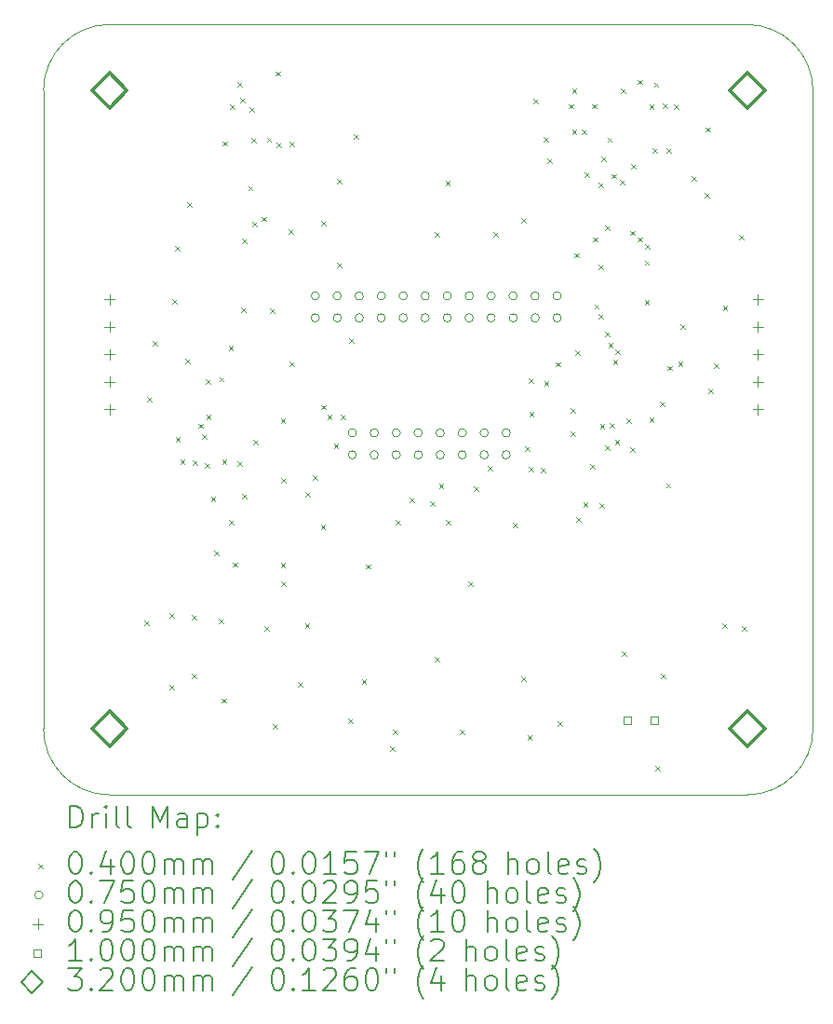
<source format=gbr>
%TF.GenerationSoftware,KiCad,Pcbnew,(7.0.0)*%
%TF.CreationDate,2024-02-29T13:58:54-03:00*%
%TF.ProjectId,pcb_peau_v1,7063625f-7065-4617-955f-76312e6b6963,rev?*%
%TF.SameCoordinates,Original*%
%TF.FileFunction,Drillmap*%
%TF.FilePolarity,Positive*%
%FSLAX45Y45*%
G04 Gerber Fmt 4.5, Leading zero omitted, Abs format (unit mm)*
G04 Created by KiCad (PCBNEW (7.0.0)) date 2024-02-29 13:58:54*
%MOMM*%
%LPD*%
G01*
G04 APERTURE LIST*
%ADD10C,0.100000*%
%ADD11C,0.200000*%
%ADD12C,0.040000*%
%ADD13C,0.075000*%
%ADD14C,0.095000*%
%ADD15C,0.320000*%
G04 APERTURE END LIST*
D10*
X17800000Y-4700000D02*
G75*
G03*
X17200000Y-5300000I0J-600000D01*
G01*
X17200000Y-11100000D02*
G75*
G03*
X17800000Y-11700000I600000J0D01*
G01*
X17800000Y-11700000D02*
X23600000Y-11700000D01*
X24200000Y-5300000D02*
X24200000Y-11100000D01*
X17200000Y-11100000D02*
X17200000Y-5300000D01*
X24200000Y-5300000D02*
G75*
G03*
X23600000Y-4700000I-600000J0D01*
G01*
X23600000Y-11700000D02*
G75*
G03*
X24200000Y-11100000I0J600000D01*
G01*
X17800000Y-4700000D02*
X23600000Y-4700000D01*
D11*
D12*
X18115600Y-10114600D02*
X18155600Y-10154600D01*
X18155600Y-10114600D02*
X18115600Y-10154600D01*
X18141000Y-8082600D02*
X18181000Y-8122600D01*
X18181000Y-8082600D02*
X18141000Y-8122600D01*
X18191800Y-7574600D02*
X18231800Y-7614600D01*
X18231800Y-7574600D02*
X18191800Y-7614600D01*
X18344200Y-10698800D02*
X18384200Y-10738800D01*
X18384200Y-10698800D02*
X18344200Y-10738800D01*
X18346030Y-10047300D02*
X18386030Y-10087300D01*
X18386030Y-10047300D02*
X18346030Y-10087300D01*
X18369600Y-7193600D02*
X18409600Y-7233600D01*
X18409600Y-7193600D02*
X18369600Y-7233600D01*
X18395770Y-6713230D02*
X18435770Y-6753230D01*
X18435770Y-6713230D02*
X18395770Y-6753230D01*
X18401350Y-8448360D02*
X18441350Y-8488360D01*
X18441350Y-8448360D02*
X18401350Y-8488360D01*
X18443960Y-8653050D02*
X18483960Y-8693050D01*
X18483960Y-8653050D02*
X18443960Y-8693050D01*
X18488840Y-7740080D02*
X18528840Y-7780080D01*
X18528840Y-7740080D02*
X18488840Y-7780080D01*
X18504750Y-6316220D02*
X18544750Y-6356220D01*
X18544750Y-6316220D02*
X18504750Y-6356220D01*
X18547400Y-10064650D02*
X18587400Y-10104650D01*
X18587400Y-10064650D02*
X18547400Y-10104650D01*
X18547400Y-10597200D02*
X18587400Y-10637200D01*
X18587400Y-10597200D02*
X18547400Y-10637200D01*
X18558680Y-8659020D02*
X18598680Y-8699020D01*
X18598680Y-8659020D02*
X18558680Y-8699020D01*
X18608970Y-8325930D02*
X18648970Y-8365930D01*
X18648970Y-8325930D02*
X18608970Y-8365930D01*
X18643790Y-8426130D02*
X18683790Y-8466130D01*
X18683790Y-8426130D02*
X18643790Y-8466130D01*
X18665380Y-8684720D02*
X18705380Y-8724720D01*
X18705380Y-8684720D02*
X18665380Y-8724720D01*
X18674490Y-7927190D02*
X18714490Y-7967190D01*
X18714490Y-7927190D02*
X18674490Y-7967190D01*
X18681730Y-8245720D02*
X18721730Y-8285720D01*
X18721730Y-8245720D02*
X18681730Y-8285720D01*
X18723660Y-8989580D02*
X18763660Y-9029580D01*
X18763660Y-8989580D02*
X18723660Y-9029580D01*
X18750600Y-9479600D02*
X18790600Y-9519600D01*
X18790600Y-9479600D02*
X18750600Y-9519600D01*
X18798130Y-10101160D02*
X18838130Y-10141160D01*
X18838130Y-10101160D02*
X18798130Y-10141160D01*
X18798370Y-7904360D02*
X18838370Y-7944360D01*
X18838370Y-7904360D02*
X18798370Y-7944360D01*
X18820440Y-10825580D02*
X18860440Y-10865580D01*
X18860440Y-10825580D02*
X18820440Y-10865580D01*
X18825640Y-8655690D02*
X18865640Y-8695690D01*
X18865640Y-8655690D02*
X18825640Y-8695690D01*
X18830240Y-5761070D02*
X18870240Y-5801070D01*
X18870240Y-5761070D02*
X18830240Y-5801070D01*
X18884160Y-7620610D02*
X18924160Y-7660610D01*
X18924160Y-7620610D02*
X18884160Y-7660610D01*
X18888840Y-9201010D02*
X18928840Y-9241010D01*
X18928840Y-9201010D02*
X18888840Y-9241010D01*
X18898760Y-5428060D02*
X18938760Y-5468060D01*
X18938760Y-5428060D02*
X18898760Y-5468060D01*
X18925000Y-9588440D02*
X18965000Y-9628440D01*
X18965000Y-9588440D02*
X18925000Y-9628440D01*
X18962770Y-5221720D02*
X19002770Y-5261720D01*
X19002770Y-5221720D02*
X18962770Y-5261720D01*
X18964280Y-8668590D02*
X19004280Y-8708590D01*
X19004280Y-8668590D02*
X18964280Y-8708590D01*
X18990110Y-5370420D02*
X19030110Y-5410420D01*
X19030110Y-5370420D02*
X18990110Y-5410420D01*
X18999720Y-7269650D02*
X19039720Y-7309650D01*
X19039720Y-7269650D02*
X18999720Y-7309650D01*
X19006980Y-6646250D02*
X19046980Y-6686250D01*
X19046980Y-6646250D02*
X19006980Y-6686250D01*
X19008830Y-8963010D02*
X19048830Y-9003010D01*
X19048830Y-8963010D02*
X19008830Y-9003010D01*
X19062500Y-6168230D02*
X19102500Y-6208230D01*
X19102500Y-6168230D02*
X19062500Y-6208230D01*
X19073340Y-5450660D02*
X19113340Y-5490660D01*
X19113340Y-5450660D02*
X19073340Y-5490660D01*
X19089230Y-5730090D02*
X19129230Y-5770090D01*
X19129230Y-5730090D02*
X19089230Y-5770090D01*
X19097180Y-6493450D02*
X19137180Y-6533450D01*
X19137180Y-6493450D02*
X19097180Y-6533450D01*
X19105950Y-8472440D02*
X19145950Y-8512440D01*
X19145950Y-8472440D02*
X19105950Y-8512440D01*
X19182940Y-6447040D02*
X19222940Y-6487040D01*
X19222940Y-6447040D02*
X19182940Y-6487040D01*
X19207800Y-10165400D02*
X19247800Y-10205400D01*
X19247800Y-10165400D02*
X19207800Y-10205400D01*
X19230870Y-5727790D02*
X19270870Y-5767790D01*
X19270870Y-5727790D02*
X19230870Y-5767790D01*
X19258060Y-7281080D02*
X19298060Y-7321080D01*
X19298060Y-7281080D02*
X19258060Y-7321080D01*
X19284000Y-11054400D02*
X19324000Y-11094400D01*
X19324000Y-11054400D02*
X19284000Y-11094400D01*
X19314680Y-5127360D02*
X19354680Y-5167360D01*
X19354680Y-5127360D02*
X19314680Y-5167360D01*
X19322270Y-5774820D02*
X19362270Y-5814820D01*
X19362270Y-5774820D02*
X19322270Y-5814820D01*
X19358300Y-9594690D02*
X19398300Y-9634690D01*
X19398300Y-9594690D02*
X19358300Y-9634690D01*
X19358440Y-8283060D02*
X19398440Y-8323060D01*
X19398440Y-8283060D02*
X19358440Y-8323060D01*
X19360200Y-8819200D02*
X19400200Y-8859200D01*
X19400200Y-8819200D02*
X19360200Y-8859200D01*
X19360200Y-9759000D02*
X19400200Y-9799000D01*
X19400200Y-9759000D02*
X19360200Y-9799000D01*
X19428830Y-6562930D02*
X19468830Y-6602930D01*
X19468830Y-6562930D02*
X19428830Y-6602930D01*
X19437530Y-7765290D02*
X19477530Y-7805290D01*
X19477530Y-7765290D02*
X19437530Y-7805290D01*
X19437950Y-5767950D02*
X19477950Y-5807950D01*
X19477950Y-5767950D02*
X19437950Y-5807950D01*
X19512600Y-10673400D02*
X19552600Y-10713400D01*
X19552600Y-10673400D02*
X19512600Y-10713400D01*
X19577780Y-10144600D02*
X19617780Y-10184600D01*
X19617780Y-10144600D02*
X19577780Y-10184600D01*
X19584750Y-8947620D02*
X19624750Y-8987620D01*
X19624750Y-8947620D02*
X19584750Y-8987620D01*
X19650920Y-8796650D02*
X19690920Y-8836650D01*
X19690920Y-8796650D02*
X19650920Y-8836650D01*
X19721300Y-9248110D02*
X19761300Y-9288110D01*
X19761300Y-9248110D02*
X19721300Y-9288110D01*
X19724090Y-8158330D02*
X19764090Y-8198330D01*
X19764090Y-8158330D02*
X19724090Y-8198330D01*
X19728460Y-6485860D02*
X19768460Y-6525860D01*
X19768460Y-6485860D02*
X19728460Y-6525860D01*
X19781310Y-8247040D02*
X19821310Y-8287040D01*
X19821310Y-8247040D02*
X19781310Y-8287040D01*
X19841690Y-8507330D02*
X19881690Y-8547330D01*
X19881690Y-8507330D02*
X19841690Y-8547330D01*
X19868200Y-6101400D02*
X19908200Y-6141400D01*
X19908200Y-6101400D02*
X19868200Y-6141400D01*
X19868200Y-6863400D02*
X19908200Y-6903400D01*
X19908200Y-6863400D02*
X19868200Y-6903400D01*
X19902780Y-8246740D02*
X19942780Y-8286740D01*
X19942780Y-8246740D02*
X19902780Y-8286740D01*
X19969800Y-11003600D02*
X20009800Y-11043600D01*
X20009800Y-11003600D02*
X19969800Y-11043600D01*
X19981560Y-7551460D02*
X20021560Y-7591460D01*
X20021560Y-7551460D02*
X19981560Y-7591460D01*
X20020600Y-5695000D02*
X20060600Y-5735000D01*
X20060600Y-5695000D02*
X20020600Y-5735000D01*
X20095104Y-10649696D02*
X20135104Y-10689696D01*
X20135104Y-10649696D02*
X20095104Y-10689696D01*
X20132200Y-9605740D02*
X20172200Y-9645740D01*
X20172200Y-9605740D02*
X20132200Y-9645740D01*
X20350800Y-11257600D02*
X20390800Y-11297600D01*
X20390800Y-11257600D02*
X20350800Y-11297600D01*
X20376200Y-11105200D02*
X20416200Y-11145200D01*
X20416200Y-11105200D02*
X20376200Y-11145200D01*
X20401600Y-9200200D02*
X20441600Y-9240200D01*
X20441600Y-9200200D02*
X20401600Y-9240200D01*
X20528600Y-8997000D02*
X20568600Y-9037000D01*
X20568600Y-8997000D02*
X20528600Y-9037000D01*
X20716560Y-9033910D02*
X20756560Y-9073910D01*
X20756560Y-9033910D02*
X20716560Y-9073910D01*
X20757200Y-6584000D02*
X20797200Y-6624000D01*
X20797200Y-6584000D02*
X20757200Y-6624000D01*
X20757200Y-10444800D02*
X20797200Y-10484800D01*
X20797200Y-10444800D02*
X20757200Y-10484800D01*
X20797500Y-8874500D02*
X20837500Y-8914500D01*
X20837500Y-8874500D02*
X20797500Y-8914500D01*
X20856200Y-6118890D02*
X20896200Y-6158890D01*
X20896200Y-6118890D02*
X20856200Y-6158890D01*
X20858800Y-9200200D02*
X20898800Y-9240200D01*
X20898800Y-9200200D02*
X20858800Y-9240200D01*
X20985800Y-11105200D02*
X21025800Y-11145200D01*
X21025800Y-11105200D02*
X20985800Y-11145200D01*
X21062000Y-9759000D02*
X21102000Y-9799000D01*
X21102000Y-9759000D02*
X21062000Y-9799000D01*
X21112800Y-8895400D02*
X21152800Y-8935400D01*
X21152800Y-8895400D02*
X21112800Y-8935400D01*
X21240560Y-8713340D02*
X21280560Y-8753340D01*
X21280560Y-8713340D02*
X21240560Y-8753340D01*
X21290600Y-6584000D02*
X21330600Y-6624000D01*
X21330600Y-6584000D02*
X21290600Y-6624000D01*
X21468400Y-9225600D02*
X21508400Y-9265600D01*
X21508400Y-9225600D02*
X21468400Y-9265600D01*
X21544600Y-6457000D02*
X21584600Y-6497000D01*
X21584600Y-6457000D02*
X21544600Y-6497000D01*
X21544600Y-10622600D02*
X21584600Y-10662600D01*
X21584600Y-10622600D02*
X21544600Y-10662600D01*
X21577850Y-8531780D02*
X21617850Y-8571780D01*
X21617850Y-8531780D02*
X21577850Y-8571780D01*
X21602535Y-11159313D02*
X21642535Y-11199313D01*
X21642535Y-11159313D02*
X21602535Y-11199313D01*
X21614060Y-8722880D02*
X21654060Y-8762880D01*
X21654060Y-8722880D02*
X21614060Y-8762880D01*
X21614260Y-7918480D02*
X21654260Y-7958480D01*
X21654260Y-7918480D02*
X21614260Y-7958480D01*
X21618930Y-8219130D02*
X21658930Y-8259130D01*
X21658930Y-8219130D02*
X21618930Y-8259130D01*
X21655000Y-5374980D02*
X21695000Y-5414980D01*
X21695000Y-5374980D02*
X21655000Y-5414980D01*
X21724870Y-8728200D02*
X21764870Y-8768200D01*
X21764870Y-8728200D02*
X21724870Y-8768200D01*
X21747800Y-5720400D02*
X21787800Y-5760400D01*
X21787800Y-5720400D02*
X21747800Y-5760400D01*
X21753440Y-7942210D02*
X21793440Y-7982210D01*
X21793440Y-7942210D02*
X21753440Y-7982210D01*
X21783310Y-5918550D02*
X21823310Y-5958550D01*
X21823310Y-5918550D02*
X21783310Y-5958550D01*
X21860620Y-7769120D02*
X21900620Y-7809120D01*
X21900620Y-7769120D02*
X21860620Y-7809120D01*
X21875810Y-11029260D02*
X21915810Y-11069260D01*
X21915810Y-11029260D02*
X21875810Y-11069260D01*
X21976580Y-5422860D02*
X22016580Y-5462860D01*
X22016580Y-5422860D02*
X21976580Y-5462860D01*
X21992940Y-8401490D02*
X22032940Y-8441490D01*
X22032940Y-8401490D02*
X21992940Y-8441490D01*
X21993500Y-8189970D02*
X22033500Y-8229970D01*
X22033500Y-8189970D02*
X21993500Y-8229970D01*
X22007570Y-5282470D02*
X22047570Y-5322470D01*
X22047570Y-5282470D02*
X22007570Y-5322470D01*
X22007590Y-5652640D02*
X22047590Y-5692640D01*
X22047590Y-5652640D02*
X22007590Y-5692640D01*
X22029620Y-6777540D02*
X22069620Y-6817540D01*
X22069620Y-6777540D02*
X22029620Y-6817540D01*
X22039820Y-7660240D02*
X22079820Y-7700240D01*
X22079820Y-7660240D02*
X22039820Y-7700240D01*
X22045000Y-9175480D02*
X22085000Y-9215480D01*
X22085000Y-9175480D02*
X22045000Y-9215480D01*
X22098400Y-5658550D02*
X22138400Y-5698550D01*
X22138400Y-5658550D02*
X22098400Y-5698550D01*
X22111040Y-9042970D02*
X22151040Y-9082970D01*
X22151040Y-9042970D02*
X22111040Y-9082970D01*
X22125350Y-6046320D02*
X22165350Y-6086320D01*
X22165350Y-6046320D02*
X22125350Y-6086320D01*
X22175180Y-8697210D02*
X22215180Y-8737210D01*
X22215180Y-8697210D02*
X22175180Y-8737210D01*
X22188290Y-5422650D02*
X22228290Y-5462650D01*
X22228290Y-5422650D02*
X22188290Y-5462650D01*
X22200830Y-6633720D02*
X22240830Y-6673720D01*
X22240830Y-6633720D02*
X22200830Y-6673720D01*
X22210600Y-7243670D02*
X22250600Y-7283670D01*
X22250600Y-7243670D02*
X22210600Y-7283670D01*
X22248570Y-6885800D02*
X22288570Y-6925800D01*
X22288570Y-6885800D02*
X22248570Y-6925800D01*
X22250390Y-6137470D02*
X22290390Y-6177470D01*
X22290390Y-6137470D02*
X22250390Y-6177470D01*
X22252120Y-7333150D02*
X22292120Y-7373150D01*
X22292120Y-7333150D02*
X22252120Y-7373150D01*
X22255800Y-9047800D02*
X22295800Y-9087800D01*
X22295800Y-9047800D02*
X22255800Y-9087800D01*
X22262240Y-8332320D02*
X22302240Y-8372320D01*
X22302240Y-8332320D02*
X22262240Y-8372320D01*
X22272830Y-5903890D02*
X22312830Y-5943890D01*
X22312830Y-5903890D02*
X22272830Y-5943890D01*
X22307980Y-7490490D02*
X22347980Y-7530490D01*
X22347980Y-7490490D02*
X22307980Y-7530490D01*
X22308100Y-8526690D02*
X22348100Y-8566690D01*
X22348100Y-8526690D02*
X22308100Y-8566690D01*
X22311360Y-6530070D02*
X22351360Y-6570070D01*
X22351360Y-6530070D02*
X22311360Y-6570070D01*
X22331230Y-5727530D02*
X22371230Y-5767530D01*
X22371230Y-5727530D02*
X22331230Y-5767530D01*
X22338120Y-7594700D02*
X22378120Y-7634700D01*
X22378120Y-7594700D02*
X22338120Y-7634700D01*
X22352440Y-8320350D02*
X22392440Y-8360350D01*
X22392440Y-8320350D02*
X22352440Y-8360350D01*
X22368500Y-6057050D02*
X22408500Y-6097050D01*
X22408500Y-6057050D02*
X22368500Y-6097050D01*
X22381960Y-7745990D02*
X22421960Y-7785990D01*
X22421960Y-7745990D02*
X22381960Y-7785990D01*
X22398210Y-8473540D02*
X22438210Y-8513540D01*
X22438210Y-8473540D02*
X22398210Y-8513540D01*
X22404590Y-7655790D02*
X22444590Y-7695790D01*
X22444590Y-7655790D02*
X22404590Y-7695790D01*
X22445360Y-6113470D02*
X22485360Y-6153470D01*
X22485360Y-6113470D02*
X22445360Y-6153470D01*
X22455470Y-5285280D02*
X22495470Y-5325280D01*
X22495470Y-5285280D02*
X22455470Y-5325280D01*
X22459000Y-10394000D02*
X22499000Y-10434000D01*
X22499000Y-10394000D02*
X22459000Y-10434000D01*
X22506450Y-8281310D02*
X22546450Y-8321310D01*
X22546450Y-8281310D02*
X22506450Y-8321310D01*
X22537380Y-8545250D02*
X22577380Y-8585250D01*
X22577380Y-8545250D02*
X22537380Y-8585250D01*
X22539820Y-6573120D02*
X22579820Y-6613120D01*
X22579820Y-6573120D02*
X22539820Y-6613120D01*
X22545880Y-5969160D02*
X22585880Y-6009160D01*
X22585880Y-5969160D02*
X22545880Y-6009160D01*
X22603930Y-5202800D02*
X22643930Y-5242800D01*
X22643930Y-5202800D02*
X22603930Y-5242800D01*
X22606280Y-6634230D02*
X22646280Y-6674230D01*
X22646280Y-6634230D02*
X22606280Y-6674230D01*
X22669840Y-6845770D02*
X22709840Y-6885770D01*
X22709840Y-6845770D02*
X22669840Y-6885770D01*
X22669840Y-7205000D02*
X22709840Y-7245000D01*
X22709840Y-7205000D02*
X22669840Y-7245000D01*
X22670060Y-6698020D02*
X22710060Y-6738020D01*
X22710060Y-6698020D02*
X22670060Y-6738020D01*
X22710000Y-5425950D02*
X22750000Y-5465950D01*
X22750000Y-5425950D02*
X22710000Y-5465950D01*
X22710530Y-8270010D02*
X22750530Y-8310010D01*
X22750530Y-8270010D02*
X22710530Y-8310010D01*
X22738400Y-5822000D02*
X22778400Y-5862000D01*
X22778400Y-5822000D02*
X22738400Y-5862000D01*
X22752950Y-5227520D02*
X22792950Y-5267520D01*
X22792950Y-5227520D02*
X22752950Y-5267520D01*
X22763800Y-11435400D02*
X22803800Y-11475400D01*
X22803800Y-11435400D02*
X22763800Y-11475400D01*
X22807930Y-8126690D02*
X22847930Y-8166690D01*
X22847930Y-8126690D02*
X22807930Y-8166690D01*
X22814600Y-10597200D02*
X22854600Y-10637200D01*
X22854600Y-10597200D02*
X22814600Y-10637200D01*
X22836110Y-5417960D02*
X22876110Y-5457960D01*
X22876110Y-5417960D02*
X22836110Y-5457960D01*
X22863440Y-8869310D02*
X22903440Y-8909310D01*
X22903440Y-8869310D02*
X22863440Y-8909310D01*
X22865400Y-5822000D02*
X22905400Y-5862000D01*
X22905400Y-5822000D02*
X22865400Y-5862000D01*
X22873680Y-7801670D02*
X22913680Y-7841670D01*
X22913680Y-7801670D02*
X22873680Y-7841670D01*
X22933020Y-5426100D02*
X22973020Y-5466100D01*
X22973020Y-5426100D02*
X22933020Y-5466100D01*
X22973600Y-7761840D02*
X23013600Y-7801840D01*
X23013600Y-7761840D02*
X22973600Y-7801840D01*
X22997440Y-7422100D02*
X23037440Y-7462100D01*
X23037440Y-7422100D02*
X22997440Y-7462100D01*
X23094000Y-6076000D02*
X23134000Y-6116000D01*
X23134000Y-6076000D02*
X23094000Y-6116000D01*
X23212330Y-6228400D02*
X23252330Y-6268400D01*
X23252330Y-6228400D02*
X23212330Y-6268400D01*
X23224550Y-5635450D02*
X23264550Y-5675450D01*
X23264550Y-5635450D02*
X23224550Y-5675450D01*
X23246400Y-8006400D02*
X23286400Y-8046400D01*
X23286400Y-8006400D02*
X23246400Y-8046400D01*
X23297200Y-7777800D02*
X23337200Y-7817800D01*
X23337200Y-7777800D02*
X23297200Y-7817800D01*
X23373400Y-10140000D02*
X23413400Y-10180000D01*
X23413400Y-10140000D02*
X23373400Y-10180000D01*
X23378920Y-7255880D02*
X23418920Y-7295880D01*
X23418920Y-7255880D02*
X23378920Y-7295880D01*
X23525800Y-6609400D02*
X23565800Y-6649400D01*
X23565800Y-6609400D02*
X23525800Y-6649400D01*
X23551200Y-10165400D02*
X23591200Y-10205400D01*
X23591200Y-10165400D02*
X23551200Y-10205400D01*
D13*
X19709900Y-7166000D02*
G75*
G03*
X19709900Y-7166000I-37500J0D01*
G01*
X19709900Y-7366000D02*
G75*
G03*
X19709900Y-7366000I-37500J0D01*
G01*
X19909900Y-7166000D02*
G75*
G03*
X19909900Y-7166000I-37500J0D01*
G01*
X19909900Y-7366000D02*
G75*
G03*
X19909900Y-7366000I-37500J0D01*
G01*
X20046500Y-8410600D02*
G75*
G03*
X20046500Y-8410600I-37500J0D01*
G01*
X20046500Y-8610600D02*
G75*
G03*
X20046500Y-8610600I-37500J0D01*
G01*
X20109900Y-7166000D02*
G75*
G03*
X20109900Y-7166000I-37500J0D01*
G01*
X20109900Y-7366000D02*
G75*
G03*
X20109900Y-7366000I-37500J0D01*
G01*
X20246500Y-8410600D02*
G75*
G03*
X20246500Y-8410600I-37500J0D01*
G01*
X20246500Y-8610600D02*
G75*
G03*
X20246500Y-8610600I-37500J0D01*
G01*
X20309900Y-7166000D02*
G75*
G03*
X20309900Y-7166000I-37500J0D01*
G01*
X20309900Y-7366000D02*
G75*
G03*
X20309900Y-7366000I-37500J0D01*
G01*
X20446500Y-8410600D02*
G75*
G03*
X20446500Y-8410600I-37500J0D01*
G01*
X20446500Y-8610600D02*
G75*
G03*
X20446500Y-8610600I-37500J0D01*
G01*
X20509900Y-7166000D02*
G75*
G03*
X20509900Y-7166000I-37500J0D01*
G01*
X20509900Y-7366000D02*
G75*
G03*
X20509900Y-7366000I-37500J0D01*
G01*
X20646500Y-8410600D02*
G75*
G03*
X20646500Y-8410600I-37500J0D01*
G01*
X20646500Y-8610600D02*
G75*
G03*
X20646500Y-8610600I-37500J0D01*
G01*
X20709900Y-7166000D02*
G75*
G03*
X20709900Y-7166000I-37500J0D01*
G01*
X20709900Y-7366000D02*
G75*
G03*
X20709900Y-7366000I-37500J0D01*
G01*
X20846500Y-8410600D02*
G75*
G03*
X20846500Y-8410600I-37500J0D01*
G01*
X20846500Y-8610600D02*
G75*
G03*
X20846500Y-8610600I-37500J0D01*
G01*
X20909900Y-7166000D02*
G75*
G03*
X20909900Y-7166000I-37500J0D01*
G01*
X20909900Y-7366000D02*
G75*
G03*
X20909900Y-7366000I-37500J0D01*
G01*
X21046500Y-8410600D02*
G75*
G03*
X21046500Y-8410600I-37500J0D01*
G01*
X21046500Y-8610600D02*
G75*
G03*
X21046500Y-8610600I-37500J0D01*
G01*
X21109900Y-7166000D02*
G75*
G03*
X21109900Y-7166000I-37500J0D01*
G01*
X21109900Y-7366000D02*
G75*
G03*
X21109900Y-7366000I-37500J0D01*
G01*
X21246500Y-8410600D02*
G75*
G03*
X21246500Y-8410600I-37500J0D01*
G01*
X21246500Y-8610600D02*
G75*
G03*
X21246500Y-8610600I-37500J0D01*
G01*
X21309900Y-7166000D02*
G75*
G03*
X21309900Y-7166000I-37500J0D01*
G01*
X21309900Y-7366000D02*
G75*
G03*
X21309900Y-7366000I-37500J0D01*
G01*
X21446500Y-8410600D02*
G75*
G03*
X21446500Y-8410600I-37500J0D01*
G01*
X21446500Y-8610600D02*
G75*
G03*
X21446500Y-8610600I-37500J0D01*
G01*
X21509900Y-7166000D02*
G75*
G03*
X21509900Y-7166000I-37500J0D01*
G01*
X21509900Y-7366000D02*
G75*
G03*
X21509900Y-7366000I-37500J0D01*
G01*
X21709900Y-7166000D02*
G75*
G03*
X21709900Y-7166000I-37500J0D01*
G01*
X21709900Y-7366000D02*
G75*
G03*
X21709900Y-7366000I-37500J0D01*
G01*
X21909900Y-7166000D02*
G75*
G03*
X21909900Y-7166000I-37500J0D01*
G01*
X21909900Y-7366000D02*
G75*
G03*
X21909900Y-7366000I-37500J0D01*
G01*
D14*
X17800000Y-7148750D02*
X17800000Y-7243750D01*
X17752500Y-7196250D02*
X17847500Y-7196250D01*
X17800000Y-7398750D02*
X17800000Y-7493750D01*
X17752500Y-7446250D02*
X17847500Y-7446250D01*
X17800000Y-7648750D02*
X17800000Y-7743750D01*
X17752500Y-7696250D02*
X17847500Y-7696250D01*
X17800000Y-7898750D02*
X17800000Y-7993750D01*
X17752500Y-7946250D02*
X17847500Y-7946250D01*
X17800000Y-8148750D02*
X17800000Y-8243750D01*
X17752500Y-8196250D02*
X17847500Y-8196250D01*
X23700000Y-7148750D02*
X23700000Y-7243750D01*
X23652500Y-7196250D02*
X23747500Y-7196250D01*
X23700000Y-7398750D02*
X23700000Y-7493750D01*
X23652500Y-7446250D02*
X23747500Y-7446250D01*
X23700000Y-7648750D02*
X23700000Y-7743750D01*
X23652500Y-7696250D02*
X23747500Y-7696250D01*
X23700000Y-7898750D02*
X23700000Y-7993750D01*
X23652500Y-7946250D02*
X23747500Y-7946250D01*
X23700000Y-8148750D02*
X23700000Y-8243750D01*
X23652500Y-8196250D02*
X23747500Y-8196250D01*
D10*
X22543756Y-11058956D02*
X22543756Y-10988244D01*
X22473044Y-10988244D01*
X22473044Y-11058956D01*
X22543756Y-11058956D01*
X22793756Y-11058956D02*
X22793756Y-10988244D01*
X22723044Y-10988244D01*
X22723044Y-11058956D01*
X22793756Y-11058956D01*
D15*
X17800000Y-5460000D02*
X17960000Y-5300000D01*
X17800000Y-5140000D01*
X17640000Y-5300000D01*
X17800000Y-5460000D01*
X17800000Y-11260000D02*
X17960000Y-11100000D01*
X17800000Y-10940000D01*
X17640000Y-11100000D01*
X17800000Y-11260000D01*
X23600000Y-5460000D02*
X23760000Y-5300000D01*
X23600000Y-5140000D01*
X23440000Y-5300000D01*
X23600000Y-5460000D01*
X23600000Y-11260000D02*
X23760000Y-11100000D01*
X23600000Y-10940000D01*
X23440000Y-11100000D01*
X23600000Y-11260000D01*
D11*
X17442619Y-11998476D02*
X17442619Y-11798476D01*
X17442619Y-11798476D02*
X17490238Y-11798476D01*
X17490238Y-11798476D02*
X17518810Y-11808000D01*
X17518810Y-11808000D02*
X17537857Y-11827048D01*
X17537857Y-11827048D02*
X17547381Y-11846095D01*
X17547381Y-11846095D02*
X17556905Y-11884190D01*
X17556905Y-11884190D02*
X17556905Y-11912762D01*
X17556905Y-11912762D02*
X17547381Y-11950857D01*
X17547381Y-11950857D02*
X17537857Y-11969905D01*
X17537857Y-11969905D02*
X17518810Y-11988952D01*
X17518810Y-11988952D02*
X17490238Y-11998476D01*
X17490238Y-11998476D02*
X17442619Y-11998476D01*
X17642619Y-11998476D02*
X17642619Y-11865143D01*
X17642619Y-11903238D02*
X17652143Y-11884190D01*
X17652143Y-11884190D02*
X17661667Y-11874667D01*
X17661667Y-11874667D02*
X17680714Y-11865143D01*
X17680714Y-11865143D02*
X17699762Y-11865143D01*
X17766429Y-11998476D02*
X17766429Y-11865143D01*
X17766429Y-11798476D02*
X17756905Y-11808000D01*
X17756905Y-11808000D02*
X17766429Y-11817524D01*
X17766429Y-11817524D02*
X17775952Y-11808000D01*
X17775952Y-11808000D02*
X17766429Y-11798476D01*
X17766429Y-11798476D02*
X17766429Y-11817524D01*
X17890238Y-11998476D02*
X17871190Y-11988952D01*
X17871190Y-11988952D02*
X17861667Y-11969905D01*
X17861667Y-11969905D02*
X17861667Y-11798476D01*
X17995000Y-11998476D02*
X17975952Y-11988952D01*
X17975952Y-11988952D02*
X17966429Y-11969905D01*
X17966429Y-11969905D02*
X17966429Y-11798476D01*
X18191190Y-11998476D02*
X18191190Y-11798476D01*
X18191190Y-11798476D02*
X18257857Y-11941333D01*
X18257857Y-11941333D02*
X18324524Y-11798476D01*
X18324524Y-11798476D02*
X18324524Y-11998476D01*
X18505476Y-11998476D02*
X18505476Y-11893714D01*
X18505476Y-11893714D02*
X18495952Y-11874667D01*
X18495952Y-11874667D02*
X18476905Y-11865143D01*
X18476905Y-11865143D02*
X18438809Y-11865143D01*
X18438809Y-11865143D02*
X18419762Y-11874667D01*
X18505476Y-11988952D02*
X18486429Y-11998476D01*
X18486429Y-11998476D02*
X18438809Y-11998476D01*
X18438809Y-11998476D02*
X18419762Y-11988952D01*
X18419762Y-11988952D02*
X18410238Y-11969905D01*
X18410238Y-11969905D02*
X18410238Y-11950857D01*
X18410238Y-11950857D02*
X18419762Y-11931809D01*
X18419762Y-11931809D02*
X18438809Y-11922286D01*
X18438809Y-11922286D02*
X18486429Y-11922286D01*
X18486429Y-11922286D02*
X18505476Y-11912762D01*
X18600714Y-11865143D02*
X18600714Y-12065143D01*
X18600714Y-11874667D02*
X18619762Y-11865143D01*
X18619762Y-11865143D02*
X18657857Y-11865143D01*
X18657857Y-11865143D02*
X18676905Y-11874667D01*
X18676905Y-11874667D02*
X18686429Y-11884190D01*
X18686429Y-11884190D02*
X18695952Y-11903238D01*
X18695952Y-11903238D02*
X18695952Y-11960381D01*
X18695952Y-11960381D02*
X18686429Y-11979428D01*
X18686429Y-11979428D02*
X18676905Y-11988952D01*
X18676905Y-11988952D02*
X18657857Y-11998476D01*
X18657857Y-11998476D02*
X18619762Y-11998476D01*
X18619762Y-11998476D02*
X18600714Y-11988952D01*
X18781667Y-11979428D02*
X18791190Y-11988952D01*
X18791190Y-11988952D02*
X18781667Y-11998476D01*
X18781667Y-11998476D02*
X18772143Y-11988952D01*
X18772143Y-11988952D02*
X18781667Y-11979428D01*
X18781667Y-11979428D02*
X18781667Y-11998476D01*
X18781667Y-11874667D02*
X18791190Y-11884190D01*
X18791190Y-11884190D02*
X18781667Y-11893714D01*
X18781667Y-11893714D02*
X18772143Y-11884190D01*
X18772143Y-11884190D02*
X18781667Y-11874667D01*
X18781667Y-11874667D02*
X18781667Y-11893714D01*
D12*
X17155000Y-12325000D02*
X17195000Y-12365000D01*
X17195000Y-12325000D02*
X17155000Y-12365000D01*
D11*
X17480714Y-12218476D02*
X17499762Y-12218476D01*
X17499762Y-12218476D02*
X17518810Y-12228000D01*
X17518810Y-12228000D02*
X17528333Y-12237524D01*
X17528333Y-12237524D02*
X17537857Y-12256571D01*
X17537857Y-12256571D02*
X17547381Y-12294667D01*
X17547381Y-12294667D02*
X17547381Y-12342286D01*
X17547381Y-12342286D02*
X17537857Y-12380381D01*
X17537857Y-12380381D02*
X17528333Y-12399428D01*
X17528333Y-12399428D02*
X17518810Y-12408952D01*
X17518810Y-12408952D02*
X17499762Y-12418476D01*
X17499762Y-12418476D02*
X17480714Y-12418476D01*
X17480714Y-12418476D02*
X17461667Y-12408952D01*
X17461667Y-12408952D02*
X17452143Y-12399428D01*
X17452143Y-12399428D02*
X17442619Y-12380381D01*
X17442619Y-12380381D02*
X17433095Y-12342286D01*
X17433095Y-12342286D02*
X17433095Y-12294667D01*
X17433095Y-12294667D02*
X17442619Y-12256571D01*
X17442619Y-12256571D02*
X17452143Y-12237524D01*
X17452143Y-12237524D02*
X17461667Y-12228000D01*
X17461667Y-12228000D02*
X17480714Y-12218476D01*
X17633095Y-12399428D02*
X17642619Y-12408952D01*
X17642619Y-12408952D02*
X17633095Y-12418476D01*
X17633095Y-12418476D02*
X17623571Y-12408952D01*
X17623571Y-12408952D02*
X17633095Y-12399428D01*
X17633095Y-12399428D02*
X17633095Y-12418476D01*
X17814048Y-12285143D02*
X17814048Y-12418476D01*
X17766429Y-12208952D02*
X17718810Y-12351809D01*
X17718810Y-12351809D02*
X17842619Y-12351809D01*
X17956905Y-12218476D02*
X17975952Y-12218476D01*
X17975952Y-12218476D02*
X17995000Y-12228000D01*
X17995000Y-12228000D02*
X18004524Y-12237524D01*
X18004524Y-12237524D02*
X18014048Y-12256571D01*
X18014048Y-12256571D02*
X18023571Y-12294667D01*
X18023571Y-12294667D02*
X18023571Y-12342286D01*
X18023571Y-12342286D02*
X18014048Y-12380381D01*
X18014048Y-12380381D02*
X18004524Y-12399428D01*
X18004524Y-12399428D02*
X17995000Y-12408952D01*
X17995000Y-12408952D02*
X17975952Y-12418476D01*
X17975952Y-12418476D02*
X17956905Y-12418476D01*
X17956905Y-12418476D02*
X17937857Y-12408952D01*
X17937857Y-12408952D02*
X17928333Y-12399428D01*
X17928333Y-12399428D02*
X17918810Y-12380381D01*
X17918810Y-12380381D02*
X17909286Y-12342286D01*
X17909286Y-12342286D02*
X17909286Y-12294667D01*
X17909286Y-12294667D02*
X17918810Y-12256571D01*
X17918810Y-12256571D02*
X17928333Y-12237524D01*
X17928333Y-12237524D02*
X17937857Y-12228000D01*
X17937857Y-12228000D02*
X17956905Y-12218476D01*
X18147381Y-12218476D02*
X18166429Y-12218476D01*
X18166429Y-12218476D02*
X18185476Y-12228000D01*
X18185476Y-12228000D02*
X18195000Y-12237524D01*
X18195000Y-12237524D02*
X18204524Y-12256571D01*
X18204524Y-12256571D02*
X18214048Y-12294667D01*
X18214048Y-12294667D02*
X18214048Y-12342286D01*
X18214048Y-12342286D02*
X18204524Y-12380381D01*
X18204524Y-12380381D02*
X18195000Y-12399428D01*
X18195000Y-12399428D02*
X18185476Y-12408952D01*
X18185476Y-12408952D02*
X18166429Y-12418476D01*
X18166429Y-12418476D02*
X18147381Y-12418476D01*
X18147381Y-12418476D02*
X18128333Y-12408952D01*
X18128333Y-12408952D02*
X18118810Y-12399428D01*
X18118810Y-12399428D02*
X18109286Y-12380381D01*
X18109286Y-12380381D02*
X18099762Y-12342286D01*
X18099762Y-12342286D02*
X18099762Y-12294667D01*
X18099762Y-12294667D02*
X18109286Y-12256571D01*
X18109286Y-12256571D02*
X18118810Y-12237524D01*
X18118810Y-12237524D02*
X18128333Y-12228000D01*
X18128333Y-12228000D02*
X18147381Y-12218476D01*
X18299762Y-12418476D02*
X18299762Y-12285143D01*
X18299762Y-12304190D02*
X18309286Y-12294667D01*
X18309286Y-12294667D02*
X18328333Y-12285143D01*
X18328333Y-12285143D02*
X18356905Y-12285143D01*
X18356905Y-12285143D02*
X18375952Y-12294667D01*
X18375952Y-12294667D02*
X18385476Y-12313714D01*
X18385476Y-12313714D02*
X18385476Y-12418476D01*
X18385476Y-12313714D02*
X18395000Y-12294667D01*
X18395000Y-12294667D02*
X18414048Y-12285143D01*
X18414048Y-12285143D02*
X18442619Y-12285143D01*
X18442619Y-12285143D02*
X18461667Y-12294667D01*
X18461667Y-12294667D02*
X18471191Y-12313714D01*
X18471191Y-12313714D02*
X18471191Y-12418476D01*
X18566429Y-12418476D02*
X18566429Y-12285143D01*
X18566429Y-12304190D02*
X18575952Y-12294667D01*
X18575952Y-12294667D02*
X18595000Y-12285143D01*
X18595000Y-12285143D02*
X18623572Y-12285143D01*
X18623572Y-12285143D02*
X18642619Y-12294667D01*
X18642619Y-12294667D02*
X18652143Y-12313714D01*
X18652143Y-12313714D02*
X18652143Y-12418476D01*
X18652143Y-12313714D02*
X18661667Y-12294667D01*
X18661667Y-12294667D02*
X18680714Y-12285143D01*
X18680714Y-12285143D02*
X18709286Y-12285143D01*
X18709286Y-12285143D02*
X18728333Y-12294667D01*
X18728333Y-12294667D02*
X18737857Y-12313714D01*
X18737857Y-12313714D02*
X18737857Y-12418476D01*
X19095952Y-12208952D02*
X18924524Y-12466095D01*
X19320714Y-12218476D02*
X19339762Y-12218476D01*
X19339762Y-12218476D02*
X19358810Y-12228000D01*
X19358810Y-12228000D02*
X19368333Y-12237524D01*
X19368333Y-12237524D02*
X19377857Y-12256571D01*
X19377857Y-12256571D02*
X19387381Y-12294667D01*
X19387381Y-12294667D02*
X19387381Y-12342286D01*
X19387381Y-12342286D02*
X19377857Y-12380381D01*
X19377857Y-12380381D02*
X19368333Y-12399428D01*
X19368333Y-12399428D02*
X19358810Y-12408952D01*
X19358810Y-12408952D02*
X19339762Y-12418476D01*
X19339762Y-12418476D02*
X19320714Y-12418476D01*
X19320714Y-12418476D02*
X19301667Y-12408952D01*
X19301667Y-12408952D02*
X19292143Y-12399428D01*
X19292143Y-12399428D02*
X19282619Y-12380381D01*
X19282619Y-12380381D02*
X19273095Y-12342286D01*
X19273095Y-12342286D02*
X19273095Y-12294667D01*
X19273095Y-12294667D02*
X19282619Y-12256571D01*
X19282619Y-12256571D02*
X19292143Y-12237524D01*
X19292143Y-12237524D02*
X19301667Y-12228000D01*
X19301667Y-12228000D02*
X19320714Y-12218476D01*
X19473095Y-12399428D02*
X19482619Y-12408952D01*
X19482619Y-12408952D02*
X19473095Y-12418476D01*
X19473095Y-12418476D02*
X19463572Y-12408952D01*
X19463572Y-12408952D02*
X19473095Y-12399428D01*
X19473095Y-12399428D02*
X19473095Y-12418476D01*
X19606429Y-12218476D02*
X19625476Y-12218476D01*
X19625476Y-12218476D02*
X19644524Y-12228000D01*
X19644524Y-12228000D02*
X19654048Y-12237524D01*
X19654048Y-12237524D02*
X19663572Y-12256571D01*
X19663572Y-12256571D02*
X19673095Y-12294667D01*
X19673095Y-12294667D02*
X19673095Y-12342286D01*
X19673095Y-12342286D02*
X19663572Y-12380381D01*
X19663572Y-12380381D02*
X19654048Y-12399428D01*
X19654048Y-12399428D02*
X19644524Y-12408952D01*
X19644524Y-12408952D02*
X19625476Y-12418476D01*
X19625476Y-12418476D02*
X19606429Y-12418476D01*
X19606429Y-12418476D02*
X19587381Y-12408952D01*
X19587381Y-12408952D02*
X19577857Y-12399428D01*
X19577857Y-12399428D02*
X19568333Y-12380381D01*
X19568333Y-12380381D02*
X19558810Y-12342286D01*
X19558810Y-12342286D02*
X19558810Y-12294667D01*
X19558810Y-12294667D02*
X19568333Y-12256571D01*
X19568333Y-12256571D02*
X19577857Y-12237524D01*
X19577857Y-12237524D02*
X19587381Y-12228000D01*
X19587381Y-12228000D02*
X19606429Y-12218476D01*
X19863572Y-12418476D02*
X19749286Y-12418476D01*
X19806429Y-12418476D02*
X19806429Y-12218476D01*
X19806429Y-12218476D02*
X19787381Y-12247048D01*
X19787381Y-12247048D02*
X19768333Y-12266095D01*
X19768333Y-12266095D02*
X19749286Y-12275619D01*
X20044524Y-12218476D02*
X19949286Y-12218476D01*
X19949286Y-12218476D02*
X19939762Y-12313714D01*
X19939762Y-12313714D02*
X19949286Y-12304190D01*
X19949286Y-12304190D02*
X19968333Y-12294667D01*
X19968333Y-12294667D02*
X20015953Y-12294667D01*
X20015953Y-12294667D02*
X20035000Y-12304190D01*
X20035000Y-12304190D02*
X20044524Y-12313714D01*
X20044524Y-12313714D02*
X20054048Y-12332762D01*
X20054048Y-12332762D02*
X20054048Y-12380381D01*
X20054048Y-12380381D02*
X20044524Y-12399428D01*
X20044524Y-12399428D02*
X20035000Y-12408952D01*
X20035000Y-12408952D02*
X20015953Y-12418476D01*
X20015953Y-12418476D02*
X19968333Y-12418476D01*
X19968333Y-12418476D02*
X19949286Y-12408952D01*
X19949286Y-12408952D02*
X19939762Y-12399428D01*
X20120714Y-12218476D02*
X20254048Y-12218476D01*
X20254048Y-12218476D02*
X20168333Y-12418476D01*
X20320714Y-12218476D02*
X20320714Y-12256571D01*
X20396905Y-12218476D02*
X20396905Y-12256571D01*
X20659762Y-12494667D02*
X20650238Y-12485143D01*
X20650238Y-12485143D02*
X20631191Y-12456571D01*
X20631191Y-12456571D02*
X20621667Y-12437524D01*
X20621667Y-12437524D02*
X20612143Y-12408952D01*
X20612143Y-12408952D02*
X20602619Y-12361333D01*
X20602619Y-12361333D02*
X20602619Y-12323238D01*
X20602619Y-12323238D02*
X20612143Y-12275619D01*
X20612143Y-12275619D02*
X20621667Y-12247048D01*
X20621667Y-12247048D02*
X20631191Y-12228000D01*
X20631191Y-12228000D02*
X20650238Y-12199428D01*
X20650238Y-12199428D02*
X20659762Y-12189905D01*
X20840714Y-12418476D02*
X20726429Y-12418476D01*
X20783572Y-12418476D02*
X20783572Y-12218476D01*
X20783572Y-12218476D02*
X20764524Y-12247048D01*
X20764524Y-12247048D02*
X20745476Y-12266095D01*
X20745476Y-12266095D02*
X20726429Y-12275619D01*
X21012143Y-12218476D02*
X20974048Y-12218476D01*
X20974048Y-12218476D02*
X20955000Y-12228000D01*
X20955000Y-12228000D02*
X20945476Y-12237524D01*
X20945476Y-12237524D02*
X20926429Y-12266095D01*
X20926429Y-12266095D02*
X20916905Y-12304190D01*
X20916905Y-12304190D02*
X20916905Y-12380381D01*
X20916905Y-12380381D02*
X20926429Y-12399428D01*
X20926429Y-12399428D02*
X20935953Y-12408952D01*
X20935953Y-12408952D02*
X20955000Y-12418476D01*
X20955000Y-12418476D02*
X20993095Y-12418476D01*
X20993095Y-12418476D02*
X21012143Y-12408952D01*
X21012143Y-12408952D02*
X21021667Y-12399428D01*
X21021667Y-12399428D02*
X21031191Y-12380381D01*
X21031191Y-12380381D02*
X21031191Y-12332762D01*
X21031191Y-12332762D02*
X21021667Y-12313714D01*
X21021667Y-12313714D02*
X21012143Y-12304190D01*
X21012143Y-12304190D02*
X20993095Y-12294667D01*
X20993095Y-12294667D02*
X20955000Y-12294667D01*
X20955000Y-12294667D02*
X20935953Y-12304190D01*
X20935953Y-12304190D02*
X20926429Y-12313714D01*
X20926429Y-12313714D02*
X20916905Y-12332762D01*
X21145476Y-12304190D02*
X21126429Y-12294667D01*
X21126429Y-12294667D02*
X21116905Y-12285143D01*
X21116905Y-12285143D02*
X21107381Y-12266095D01*
X21107381Y-12266095D02*
X21107381Y-12256571D01*
X21107381Y-12256571D02*
X21116905Y-12237524D01*
X21116905Y-12237524D02*
X21126429Y-12228000D01*
X21126429Y-12228000D02*
X21145476Y-12218476D01*
X21145476Y-12218476D02*
X21183572Y-12218476D01*
X21183572Y-12218476D02*
X21202619Y-12228000D01*
X21202619Y-12228000D02*
X21212143Y-12237524D01*
X21212143Y-12237524D02*
X21221667Y-12256571D01*
X21221667Y-12256571D02*
X21221667Y-12266095D01*
X21221667Y-12266095D02*
X21212143Y-12285143D01*
X21212143Y-12285143D02*
X21202619Y-12294667D01*
X21202619Y-12294667D02*
X21183572Y-12304190D01*
X21183572Y-12304190D02*
X21145476Y-12304190D01*
X21145476Y-12304190D02*
X21126429Y-12313714D01*
X21126429Y-12313714D02*
X21116905Y-12323238D01*
X21116905Y-12323238D02*
X21107381Y-12342286D01*
X21107381Y-12342286D02*
X21107381Y-12380381D01*
X21107381Y-12380381D02*
X21116905Y-12399428D01*
X21116905Y-12399428D02*
X21126429Y-12408952D01*
X21126429Y-12408952D02*
X21145476Y-12418476D01*
X21145476Y-12418476D02*
X21183572Y-12418476D01*
X21183572Y-12418476D02*
X21202619Y-12408952D01*
X21202619Y-12408952D02*
X21212143Y-12399428D01*
X21212143Y-12399428D02*
X21221667Y-12380381D01*
X21221667Y-12380381D02*
X21221667Y-12342286D01*
X21221667Y-12342286D02*
X21212143Y-12323238D01*
X21212143Y-12323238D02*
X21202619Y-12313714D01*
X21202619Y-12313714D02*
X21183572Y-12304190D01*
X21427381Y-12418476D02*
X21427381Y-12218476D01*
X21513095Y-12418476D02*
X21513095Y-12313714D01*
X21513095Y-12313714D02*
X21503572Y-12294667D01*
X21503572Y-12294667D02*
X21484524Y-12285143D01*
X21484524Y-12285143D02*
X21455953Y-12285143D01*
X21455953Y-12285143D02*
X21436905Y-12294667D01*
X21436905Y-12294667D02*
X21427381Y-12304190D01*
X21636905Y-12418476D02*
X21617857Y-12408952D01*
X21617857Y-12408952D02*
X21608334Y-12399428D01*
X21608334Y-12399428D02*
X21598810Y-12380381D01*
X21598810Y-12380381D02*
X21598810Y-12323238D01*
X21598810Y-12323238D02*
X21608334Y-12304190D01*
X21608334Y-12304190D02*
X21617857Y-12294667D01*
X21617857Y-12294667D02*
X21636905Y-12285143D01*
X21636905Y-12285143D02*
X21665476Y-12285143D01*
X21665476Y-12285143D02*
X21684524Y-12294667D01*
X21684524Y-12294667D02*
X21694048Y-12304190D01*
X21694048Y-12304190D02*
X21703572Y-12323238D01*
X21703572Y-12323238D02*
X21703572Y-12380381D01*
X21703572Y-12380381D02*
X21694048Y-12399428D01*
X21694048Y-12399428D02*
X21684524Y-12408952D01*
X21684524Y-12408952D02*
X21665476Y-12418476D01*
X21665476Y-12418476D02*
X21636905Y-12418476D01*
X21817857Y-12418476D02*
X21798810Y-12408952D01*
X21798810Y-12408952D02*
X21789286Y-12389905D01*
X21789286Y-12389905D02*
X21789286Y-12218476D01*
X21970238Y-12408952D02*
X21951191Y-12418476D01*
X21951191Y-12418476D02*
X21913095Y-12418476D01*
X21913095Y-12418476D02*
X21894048Y-12408952D01*
X21894048Y-12408952D02*
X21884524Y-12389905D01*
X21884524Y-12389905D02*
X21884524Y-12313714D01*
X21884524Y-12313714D02*
X21894048Y-12294667D01*
X21894048Y-12294667D02*
X21913095Y-12285143D01*
X21913095Y-12285143D02*
X21951191Y-12285143D01*
X21951191Y-12285143D02*
X21970238Y-12294667D01*
X21970238Y-12294667D02*
X21979762Y-12313714D01*
X21979762Y-12313714D02*
X21979762Y-12332762D01*
X21979762Y-12332762D02*
X21884524Y-12351809D01*
X22055953Y-12408952D02*
X22075000Y-12418476D01*
X22075000Y-12418476D02*
X22113095Y-12418476D01*
X22113095Y-12418476D02*
X22132143Y-12408952D01*
X22132143Y-12408952D02*
X22141667Y-12389905D01*
X22141667Y-12389905D02*
X22141667Y-12380381D01*
X22141667Y-12380381D02*
X22132143Y-12361333D01*
X22132143Y-12361333D02*
X22113095Y-12351809D01*
X22113095Y-12351809D02*
X22084524Y-12351809D01*
X22084524Y-12351809D02*
X22065476Y-12342286D01*
X22065476Y-12342286D02*
X22055953Y-12323238D01*
X22055953Y-12323238D02*
X22055953Y-12313714D01*
X22055953Y-12313714D02*
X22065476Y-12294667D01*
X22065476Y-12294667D02*
X22084524Y-12285143D01*
X22084524Y-12285143D02*
X22113095Y-12285143D01*
X22113095Y-12285143D02*
X22132143Y-12294667D01*
X22208334Y-12494667D02*
X22217857Y-12485143D01*
X22217857Y-12485143D02*
X22236905Y-12456571D01*
X22236905Y-12456571D02*
X22246429Y-12437524D01*
X22246429Y-12437524D02*
X22255953Y-12408952D01*
X22255953Y-12408952D02*
X22265476Y-12361333D01*
X22265476Y-12361333D02*
X22265476Y-12323238D01*
X22265476Y-12323238D02*
X22255953Y-12275619D01*
X22255953Y-12275619D02*
X22246429Y-12247048D01*
X22246429Y-12247048D02*
X22236905Y-12228000D01*
X22236905Y-12228000D02*
X22217857Y-12199428D01*
X22217857Y-12199428D02*
X22208334Y-12189905D01*
D13*
X17195000Y-12609000D02*
G75*
G03*
X17195000Y-12609000I-37500J0D01*
G01*
D11*
X17480714Y-12482476D02*
X17499762Y-12482476D01*
X17499762Y-12482476D02*
X17518810Y-12492000D01*
X17518810Y-12492000D02*
X17528333Y-12501524D01*
X17528333Y-12501524D02*
X17537857Y-12520571D01*
X17537857Y-12520571D02*
X17547381Y-12558667D01*
X17547381Y-12558667D02*
X17547381Y-12606286D01*
X17547381Y-12606286D02*
X17537857Y-12644381D01*
X17537857Y-12644381D02*
X17528333Y-12663428D01*
X17528333Y-12663428D02*
X17518810Y-12672952D01*
X17518810Y-12672952D02*
X17499762Y-12682476D01*
X17499762Y-12682476D02*
X17480714Y-12682476D01*
X17480714Y-12682476D02*
X17461667Y-12672952D01*
X17461667Y-12672952D02*
X17452143Y-12663428D01*
X17452143Y-12663428D02*
X17442619Y-12644381D01*
X17442619Y-12644381D02*
X17433095Y-12606286D01*
X17433095Y-12606286D02*
X17433095Y-12558667D01*
X17433095Y-12558667D02*
X17442619Y-12520571D01*
X17442619Y-12520571D02*
X17452143Y-12501524D01*
X17452143Y-12501524D02*
X17461667Y-12492000D01*
X17461667Y-12492000D02*
X17480714Y-12482476D01*
X17633095Y-12663428D02*
X17642619Y-12672952D01*
X17642619Y-12672952D02*
X17633095Y-12682476D01*
X17633095Y-12682476D02*
X17623571Y-12672952D01*
X17623571Y-12672952D02*
X17633095Y-12663428D01*
X17633095Y-12663428D02*
X17633095Y-12682476D01*
X17709286Y-12482476D02*
X17842619Y-12482476D01*
X17842619Y-12482476D02*
X17756905Y-12682476D01*
X18014048Y-12482476D02*
X17918810Y-12482476D01*
X17918810Y-12482476D02*
X17909286Y-12577714D01*
X17909286Y-12577714D02*
X17918810Y-12568190D01*
X17918810Y-12568190D02*
X17937857Y-12558667D01*
X17937857Y-12558667D02*
X17985476Y-12558667D01*
X17985476Y-12558667D02*
X18004524Y-12568190D01*
X18004524Y-12568190D02*
X18014048Y-12577714D01*
X18014048Y-12577714D02*
X18023571Y-12596762D01*
X18023571Y-12596762D02*
X18023571Y-12644381D01*
X18023571Y-12644381D02*
X18014048Y-12663428D01*
X18014048Y-12663428D02*
X18004524Y-12672952D01*
X18004524Y-12672952D02*
X17985476Y-12682476D01*
X17985476Y-12682476D02*
X17937857Y-12682476D01*
X17937857Y-12682476D02*
X17918810Y-12672952D01*
X17918810Y-12672952D02*
X17909286Y-12663428D01*
X18147381Y-12482476D02*
X18166429Y-12482476D01*
X18166429Y-12482476D02*
X18185476Y-12492000D01*
X18185476Y-12492000D02*
X18195000Y-12501524D01*
X18195000Y-12501524D02*
X18204524Y-12520571D01*
X18204524Y-12520571D02*
X18214048Y-12558667D01*
X18214048Y-12558667D02*
X18214048Y-12606286D01*
X18214048Y-12606286D02*
X18204524Y-12644381D01*
X18204524Y-12644381D02*
X18195000Y-12663428D01*
X18195000Y-12663428D02*
X18185476Y-12672952D01*
X18185476Y-12672952D02*
X18166429Y-12682476D01*
X18166429Y-12682476D02*
X18147381Y-12682476D01*
X18147381Y-12682476D02*
X18128333Y-12672952D01*
X18128333Y-12672952D02*
X18118810Y-12663428D01*
X18118810Y-12663428D02*
X18109286Y-12644381D01*
X18109286Y-12644381D02*
X18099762Y-12606286D01*
X18099762Y-12606286D02*
X18099762Y-12558667D01*
X18099762Y-12558667D02*
X18109286Y-12520571D01*
X18109286Y-12520571D02*
X18118810Y-12501524D01*
X18118810Y-12501524D02*
X18128333Y-12492000D01*
X18128333Y-12492000D02*
X18147381Y-12482476D01*
X18299762Y-12682476D02*
X18299762Y-12549143D01*
X18299762Y-12568190D02*
X18309286Y-12558667D01*
X18309286Y-12558667D02*
X18328333Y-12549143D01*
X18328333Y-12549143D02*
X18356905Y-12549143D01*
X18356905Y-12549143D02*
X18375952Y-12558667D01*
X18375952Y-12558667D02*
X18385476Y-12577714D01*
X18385476Y-12577714D02*
X18385476Y-12682476D01*
X18385476Y-12577714D02*
X18395000Y-12558667D01*
X18395000Y-12558667D02*
X18414048Y-12549143D01*
X18414048Y-12549143D02*
X18442619Y-12549143D01*
X18442619Y-12549143D02*
X18461667Y-12558667D01*
X18461667Y-12558667D02*
X18471191Y-12577714D01*
X18471191Y-12577714D02*
X18471191Y-12682476D01*
X18566429Y-12682476D02*
X18566429Y-12549143D01*
X18566429Y-12568190D02*
X18575952Y-12558667D01*
X18575952Y-12558667D02*
X18595000Y-12549143D01*
X18595000Y-12549143D02*
X18623572Y-12549143D01*
X18623572Y-12549143D02*
X18642619Y-12558667D01*
X18642619Y-12558667D02*
X18652143Y-12577714D01*
X18652143Y-12577714D02*
X18652143Y-12682476D01*
X18652143Y-12577714D02*
X18661667Y-12558667D01*
X18661667Y-12558667D02*
X18680714Y-12549143D01*
X18680714Y-12549143D02*
X18709286Y-12549143D01*
X18709286Y-12549143D02*
X18728333Y-12558667D01*
X18728333Y-12558667D02*
X18737857Y-12577714D01*
X18737857Y-12577714D02*
X18737857Y-12682476D01*
X19095952Y-12472952D02*
X18924524Y-12730095D01*
X19320714Y-12482476D02*
X19339762Y-12482476D01*
X19339762Y-12482476D02*
X19358810Y-12492000D01*
X19358810Y-12492000D02*
X19368333Y-12501524D01*
X19368333Y-12501524D02*
X19377857Y-12520571D01*
X19377857Y-12520571D02*
X19387381Y-12558667D01*
X19387381Y-12558667D02*
X19387381Y-12606286D01*
X19387381Y-12606286D02*
X19377857Y-12644381D01*
X19377857Y-12644381D02*
X19368333Y-12663428D01*
X19368333Y-12663428D02*
X19358810Y-12672952D01*
X19358810Y-12672952D02*
X19339762Y-12682476D01*
X19339762Y-12682476D02*
X19320714Y-12682476D01*
X19320714Y-12682476D02*
X19301667Y-12672952D01*
X19301667Y-12672952D02*
X19292143Y-12663428D01*
X19292143Y-12663428D02*
X19282619Y-12644381D01*
X19282619Y-12644381D02*
X19273095Y-12606286D01*
X19273095Y-12606286D02*
X19273095Y-12558667D01*
X19273095Y-12558667D02*
X19282619Y-12520571D01*
X19282619Y-12520571D02*
X19292143Y-12501524D01*
X19292143Y-12501524D02*
X19301667Y-12492000D01*
X19301667Y-12492000D02*
X19320714Y-12482476D01*
X19473095Y-12663428D02*
X19482619Y-12672952D01*
X19482619Y-12672952D02*
X19473095Y-12682476D01*
X19473095Y-12682476D02*
X19463572Y-12672952D01*
X19463572Y-12672952D02*
X19473095Y-12663428D01*
X19473095Y-12663428D02*
X19473095Y-12682476D01*
X19606429Y-12482476D02*
X19625476Y-12482476D01*
X19625476Y-12482476D02*
X19644524Y-12492000D01*
X19644524Y-12492000D02*
X19654048Y-12501524D01*
X19654048Y-12501524D02*
X19663572Y-12520571D01*
X19663572Y-12520571D02*
X19673095Y-12558667D01*
X19673095Y-12558667D02*
X19673095Y-12606286D01*
X19673095Y-12606286D02*
X19663572Y-12644381D01*
X19663572Y-12644381D02*
X19654048Y-12663428D01*
X19654048Y-12663428D02*
X19644524Y-12672952D01*
X19644524Y-12672952D02*
X19625476Y-12682476D01*
X19625476Y-12682476D02*
X19606429Y-12682476D01*
X19606429Y-12682476D02*
X19587381Y-12672952D01*
X19587381Y-12672952D02*
X19577857Y-12663428D01*
X19577857Y-12663428D02*
X19568333Y-12644381D01*
X19568333Y-12644381D02*
X19558810Y-12606286D01*
X19558810Y-12606286D02*
X19558810Y-12558667D01*
X19558810Y-12558667D02*
X19568333Y-12520571D01*
X19568333Y-12520571D02*
X19577857Y-12501524D01*
X19577857Y-12501524D02*
X19587381Y-12492000D01*
X19587381Y-12492000D02*
X19606429Y-12482476D01*
X19749286Y-12501524D02*
X19758810Y-12492000D01*
X19758810Y-12492000D02*
X19777857Y-12482476D01*
X19777857Y-12482476D02*
X19825476Y-12482476D01*
X19825476Y-12482476D02*
X19844524Y-12492000D01*
X19844524Y-12492000D02*
X19854048Y-12501524D01*
X19854048Y-12501524D02*
X19863572Y-12520571D01*
X19863572Y-12520571D02*
X19863572Y-12539619D01*
X19863572Y-12539619D02*
X19854048Y-12568190D01*
X19854048Y-12568190D02*
X19739762Y-12682476D01*
X19739762Y-12682476D02*
X19863572Y-12682476D01*
X19958810Y-12682476D02*
X19996905Y-12682476D01*
X19996905Y-12682476D02*
X20015953Y-12672952D01*
X20015953Y-12672952D02*
X20025476Y-12663428D01*
X20025476Y-12663428D02*
X20044524Y-12634857D01*
X20044524Y-12634857D02*
X20054048Y-12596762D01*
X20054048Y-12596762D02*
X20054048Y-12520571D01*
X20054048Y-12520571D02*
X20044524Y-12501524D01*
X20044524Y-12501524D02*
X20035000Y-12492000D01*
X20035000Y-12492000D02*
X20015953Y-12482476D01*
X20015953Y-12482476D02*
X19977857Y-12482476D01*
X19977857Y-12482476D02*
X19958810Y-12492000D01*
X19958810Y-12492000D02*
X19949286Y-12501524D01*
X19949286Y-12501524D02*
X19939762Y-12520571D01*
X19939762Y-12520571D02*
X19939762Y-12568190D01*
X19939762Y-12568190D02*
X19949286Y-12587238D01*
X19949286Y-12587238D02*
X19958810Y-12596762D01*
X19958810Y-12596762D02*
X19977857Y-12606286D01*
X19977857Y-12606286D02*
X20015953Y-12606286D01*
X20015953Y-12606286D02*
X20035000Y-12596762D01*
X20035000Y-12596762D02*
X20044524Y-12587238D01*
X20044524Y-12587238D02*
X20054048Y-12568190D01*
X20235000Y-12482476D02*
X20139762Y-12482476D01*
X20139762Y-12482476D02*
X20130238Y-12577714D01*
X20130238Y-12577714D02*
X20139762Y-12568190D01*
X20139762Y-12568190D02*
X20158810Y-12558667D01*
X20158810Y-12558667D02*
X20206429Y-12558667D01*
X20206429Y-12558667D02*
X20225476Y-12568190D01*
X20225476Y-12568190D02*
X20235000Y-12577714D01*
X20235000Y-12577714D02*
X20244524Y-12596762D01*
X20244524Y-12596762D02*
X20244524Y-12644381D01*
X20244524Y-12644381D02*
X20235000Y-12663428D01*
X20235000Y-12663428D02*
X20225476Y-12672952D01*
X20225476Y-12672952D02*
X20206429Y-12682476D01*
X20206429Y-12682476D02*
X20158810Y-12682476D01*
X20158810Y-12682476D02*
X20139762Y-12672952D01*
X20139762Y-12672952D02*
X20130238Y-12663428D01*
X20320714Y-12482476D02*
X20320714Y-12520571D01*
X20396905Y-12482476D02*
X20396905Y-12520571D01*
X20659762Y-12758667D02*
X20650238Y-12749143D01*
X20650238Y-12749143D02*
X20631191Y-12720571D01*
X20631191Y-12720571D02*
X20621667Y-12701524D01*
X20621667Y-12701524D02*
X20612143Y-12672952D01*
X20612143Y-12672952D02*
X20602619Y-12625333D01*
X20602619Y-12625333D02*
X20602619Y-12587238D01*
X20602619Y-12587238D02*
X20612143Y-12539619D01*
X20612143Y-12539619D02*
X20621667Y-12511048D01*
X20621667Y-12511048D02*
X20631191Y-12492000D01*
X20631191Y-12492000D02*
X20650238Y-12463428D01*
X20650238Y-12463428D02*
X20659762Y-12453905D01*
X20821667Y-12549143D02*
X20821667Y-12682476D01*
X20774048Y-12472952D02*
X20726429Y-12615809D01*
X20726429Y-12615809D02*
X20850238Y-12615809D01*
X20964524Y-12482476D02*
X20983572Y-12482476D01*
X20983572Y-12482476D02*
X21002619Y-12492000D01*
X21002619Y-12492000D02*
X21012143Y-12501524D01*
X21012143Y-12501524D02*
X21021667Y-12520571D01*
X21021667Y-12520571D02*
X21031191Y-12558667D01*
X21031191Y-12558667D02*
X21031191Y-12606286D01*
X21031191Y-12606286D02*
X21021667Y-12644381D01*
X21021667Y-12644381D02*
X21012143Y-12663428D01*
X21012143Y-12663428D02*
X21002619Y-12672952D01*
X21002619Y-12672952D02*
X20983572Y-12682476D01*
X20983572Y-12682476D02*
X20964524Y-12682476D01*
X20964524Y-12682476D02*
X20945476Y-12672952D01*
X20945476Y-12672952D02*
X20935953Y-12663428D01*
X20935953Y-12663428D02*
X20926429Y-12644381D01*
X20926429Y-12644381D02*
X20916905Y-12606286D01*
X20916905Y-12606286D02*
X20916905Y-12558667D01*
X20916905Y-12558667D02*
X20926429Y-12520571D01*
X20926429Y-12520571D02*
X20935953Y-12501524D01*
X20935953Y-12501524D02*
X20945476Y-12492000D01*
X20945476Y-12492000D02*
X20964524Y-12482476D01*
X21236905Y-12682476D02*
X21236905Y-12482476D01*
X21322619Y-12682476D02*
X21322619Y-12577714D01*
X21322619Y-12577714D02*
X21313095Y-12558667D01*
X21313095Y-12558667D02*
X21294048Y-12549143D01*
X21294048Y-12549143D02*
X21265476Y-12549143D01*
X21265476Y-12549143D02*
X21246429Y-12558667D01*
X21246429Y-12558667D02*
X21236905Y-12568190D01*
X21446429Y-12682476D02*
X21427381Y-12672952D01*
X21427381Y-12672952D02*
X21417857Y-12663428D01*
X21417857Y-12663428D02*
X21408334Y-12644381D01*
X21408334Y-12644381D02*
X21408334Y-12587238D01*
X21408334Y-12587238D02*
X21417857Y-12568190D01*
X21417857Y-12568190D02*
X21427381Y-12558667D01*
X21427381Y-12558667D02*
X21446429Y-12549143D01*
X21446429Y-12549143D02*
X21475000Y-12549143D01*
X21475000Y-12549143D02*
X21494048Y-12558667D01*
X21494048Y-12558667D02*
X21503572Y-12568190D01*
X21503572Y-12568190D02*
X21513095Y-12587238D01*
X21513095Y-12587238D02*
X21513095Y-12644381D01*
X21513095Y-12644381D02*
X21503572Y-12663428D01*
X21503572Y-12663428D02*
X21494048Y-12672952D01*
X21494048Y-12672952D02*
X21475000Y-12682476D01*
X21475000Y-12682476D02*
X21446429Y-12682476D01*
X21627381Y-12682476D02*
X21608334Y-12672952D01*
X21608334Y-12672952D02*
X21598810Y-12653905D01*
X21598810Y-12653905D02*
X21598810Y-12482476D01*
X21779762Y-12672952D02*
X21760715Y-12682476D01*
X21760715Y-12682476D02*
X21722619Y-12682476D01*
X21722619Y-12682476D02*
X21703572Y-12672952D01*
X21703572Y-12672952D02*
X21694048Y-12653905D01*
X21694048Y-12653905D02*
X21694048Y-12577714D01*
X21694048Y-12577714D02*
X21703572Y-12558667D01*
X21703572Y-12558667D02*
X21722619Y-12549143D01*
X21722619Y-12549143D02*
X21760715Y-12549143D01*
X21760715Y-12549143D02*
X21779762Y-12558667D01*
X21779762Y-12558667D02*
X21789286Y-12577714D01*
X21789286Y-12577714D02*
X21789286Y-12596762D01*
X21789286Y-12596762D02*
X21694048Y-12615809D01*
X21865476Y-12672952D02*
X21884524Y-12682476D01*
X21884524Y-12682476D02*
X21922619Y-12682476D01*
X21922619Y-12682476D02*
X21941667Y-12672952D01*
X21941667Y-12672952D02*
X21951191Y-12653905D01*
X21951191Y-12653905D02*
X21951191Y-12644381D01*
X21951191Y-12644381D02*
X21941667Y-12625333D01*
X21941667Y-12625333D02*
X21922619Y-12615809D01*
X21922619Y-12615809D02*
X21894048Y-12615809D01*
X21894048Y-12615809D02*
X21875000Y-12606286D01*
X21875000Y-12606286D02*
X21865476Y-12587238D01*
X21865476Y-12587238D02*
X21865476Y-12577714D01*
X21865476Y-12577714D02*
X21875000Y-12558667D01*
X21875000Y-12558667D02*
X21894048Y-12549143D01*
X21894048Y-12549143D02*
X21922619Y-12549143D01*
X21922619Y-12549143D02*
X21941667Y-12558667D01*
X22017857Y-12758667D02*
X22027381Y-12749143D01*
X22027381Y-12749143D02*
X22046429Y-12720571D01*
X22046429Y-12720571D02*
X22055953Y-12701524D01*
X22055953Y-12701524D02*
X22065476Y-12672952D01*
X22065476Y-12672952D02*
X22075000Y-12625333D01*
X22075000Y-12625333D02*
X22075000Y-12587238D01*
X22075000Y-12587238D02*
X22065476Y-12539619D01*
X22065476Y-12539619D02*
X22055953Y-12511048D01*
X22055953Y-12511048D02*
X22046429Y-12492000D01*
X22046429Y-12492000D02*
X22027381Y-12463428D01*
X22027381Y-12463428D02*
X22017857Y-12453905D01*
D14*
X17147500Y-12825500D02*
X17147500Y-12920500D01*
X17100000Y-12873000D02*
X17195000Y-12873000D01*
D11*
X17480714Y-12746476D02*
X17499762Y-12746476D01*
X17499762Y-12746476D02*
X17518810Y-12756000D01*
X17518810Y-12756000D02*
X17528333Y-12765524D01*
X17528333Y-12765524D02*
X17537857Y-12784571D01*
X17537857Y-12784571D02*
X17547381Y-12822667D01*
X17547381Y-12822667D02*
X17547381Y-12870286D01*
X17547381Y-12870286D02*
X17537857Y-12908381D01*
X17537857Y-12908381D02*
X17528333Y-12927428D01*
X17528333Y-12927428D02*
X17518810Y-12936952D01*
X17518810Y-12936952D02*
X17499762Y-12946476D01*
X17499762Y-12946476D02*
X17480714Y-12946476D01*
X17480714Y-12946476D02*
X17461667Y-12936952D01*
X17461667Y-12936952D02*
X17452143Y-12927428D01*
X17452143Y-12927428D02*
X17442619Y-12908381D01*
X17442619Y-12908381D02*
X17433095Y-12870286D01*
X17433095Y-12870286D02*
X17433095Y-12822667D01*
X17433095Y-12822667D02*
X17442619Y-12784571D01*
X17442619Y-12784571D02*
X17452143Y-12765524D01*
X17452143Y-12765524D02*
X17461667Y-12756000D01*
X17461667Y-12756000D02*
X17480714Y-12746476D01*
X17633095Y-12927428D02*
X17642619Y-12936952D01*
X17642619Y-12936952D02*
X17633095Y-12946476D01*
X17633095Y-12946476D02*
X17623571Y-12936952D01*
X17623571Y-12936952D02*
X17633095Y-12927428D01*
X17633095Y-12927428D02*
X17633095Y-12946476D01*
X17737857Y-12946476D02*
X17775952Y-12946476D01*
X17775952Y-12946476D02*
X17795000Y-12936952D01*
X17795000Y-12936952D02*
X17804524Y-12927428D01*
X17804524Y-12927428D02*
X17823571Y-12898857D01*
X17823571Y-12898857D02*
X17833095Y-12860762D01*
X17833095Y-12860762D02*
X17833095Y-12784571D01*
X17833095Y-12784571D02*
X17823571Y-12765524D01*
X17823571Y-12765524D02*
X17814048Y-12756000D01*
X17814048Y-12756000D02*
X17795000Y-12746476D01*
X17795000Y-12746476D02*
X17756905Y-12746476D01*
X17756905Y-12746476D02*
X17737857Y-12756000D01*
X17737857Y-12756000D02*
X17728333Y-12765524D01*
X17728333Y-12765524D02*
X17718810Y-12784571D01*
X17718810Y-12784571D02*
X17718810Y-12832190D01*
X17718810Y-12832190D02*
X17728333Y-12851238D01*
X17728333Y-12851238D02*
X17737857Y-12860762D01*
X17737857Y-12860762D02*
X17756905Y-12870286D01*
X17756905Y-12870286D02*
X17795000Y-12870286D01*
X17795000Y-12870286D02*
X17814048Y-12860762D01*
X17814048Y-12860762D02*
X17823571Y-12851238D01*
X17823571Y-12851238D02*
X17833095Y-12832190D01*
X18014048Y-12746476D02*
X17918810Y-12746476D01*
X17918810Y-12746476D02*
X17909286Y-12841714D01*
X17909286Y-12841714D02*
X17918810Y-12832190D01*
X17918810Y-12832190D02*
X17937857Y-12822667D01*
X17937857Y-12822667D02*
X17985476Y-12822667D01*
X17985476Y-12822667D02*
X18004524Y-12832190D01*
X18004524Y-12832190D02*
X18014048Y-12841714D01*
X18014048Y-12841714D02*
X18023571Y-12860762D01*
X18023571Y-12860762D02*
X18023571Y-12908381D01*
X18023571Y-12908381D02*
X18014048Y-12927428D01*
X18014048Y-12927428D02*
X18004524Y-12936952D01*
X18004524Y-12936952D02*
X17985476Y-12946476D01*
X17985476Y-12946476D02*
X17937857Y-12946476D01*
X17937857Y-12946476D02*
X17918810Y-12936952D01*
X17918810Y-12936952D02*
X17909286Y-12927428D01*
X18147381Y-12746476D02*
X18166429Y-12746476D01*
X18166429Y-12746476D02*
X18185476Y-12756000D01*
X18185476Y-12756000D02*
X18195000Y-12765524D01*
X18195000Y-12765524D02*
X18204524Y-12784571D01*
X18204524Y-12784571D02*
X18214048Y-12822667D01*
X18214048Y-12822667D02*
X18214048Y-12870286D01*
X18214048Y-12870286D02*
X18204524Y-12908381D01*
X18204524Y-12908381D02*
X18195000Y-12927428D01*
X18195000Y-12927428D02*
X18185476Y-12936952D01*
X18185476Y-12936952D02*
X18166429Y-12946476D01*
X18166429Y-12946476D02*
X18147381Y-12946476D01*
X18147381Y-12946476D02*
X18128333Y-12936952D01*
X18128333Y-12936952D02*
X18118810Y-12927428D01*
X18118810Y-12927428D02*
X18109286Y-12908381D01*
X18109286Y-12908381D02*
X18099762Y-12870286D01*
X18099762Y-12870286D02*
X18099762Y-12822667D01*
X18099762Y-12822667D02*
X18109286Y-12784571D01*
X18109286Y-12784571D02*
X18118810Y-12765524D01*
X18118810Y-12765524D02*
X18128333Y-12756000D01*
X18128333Y-12756000D02*
X18147381Y-12746476D01*
X18299762Y-12946476D02*
X18299762Y-12813143D01*
X18299762Y-12832190D02*
X18309286Y-12822667D01*
X18309286Y-12822667D02*
X18328333Y-12813143D01*
X18328333Y-12813143D02*
X18356905Y-12813143D01*
X18356905Y-12813143D02*
X18375952Y-12822667D01*
X18375952Y-12822667D02*
X18385476Y-12841714D01*
X18385476Y-12841714D02*
X18385476Y-12946476D01*
X18385476Y-12841714D02*
X18395000Y-12822667D01*
X18395000Y-12822667D02*
X18414048Y-12813143D01*
X18414048Y-12813143D02*
X18442619Y-12813143D01*
X18442619Y-12813143D02*
X18461667Y-12822667D01*
X18461667Y-12822667D02*
X18471191Y-12841714D01*
X18471191Y-12841714D02*
X18471191Y-12946476D01*
X18566429Y-12946476D02*
X18566429Y-12813143D01*
X18566429Y-12832190D02*
X18575952Y-12822667D01*
X18575952Y-12822667D02*
X18595000Y-12813143D01*
X18595000Y-12813143D02*
X18623572Y-12813143D01*
X18623572Y-12813143D02*
X18642619Y-12822667D01*
X18642619Y-12822667D02*
X18652143Y-12841714D01*
X18652143Y-12841714D02*
X18652143Y-12946476D01*
X18652143Y-12841714D02*
X18661667Y-12822667D01*
X18661667Y-12822667D02*
X18680714Y-12813143D01*
X18680714Y-12813143D02*
X18709286Y-12813143D01*
X18709286Y-12813143D02*
X18728333Y-12822667D01*
X18728333Y-12822667D02*
X18737857Y-12841714D01*
X18737857Y-12841714D02*
X18737857Y-12946476D01*
X19095952Y-12736952D02*
X18924524Y-12994095D01*
X19320714Y-12746476D02*
X19339762Y-12746476D01*
X19339762Y-12746476D02*
X19358810Y-12756000D01*
X19358810Y-12756000D02*
X19368333Y-12765524D01*
X19368333Y-12765524D02*
X19377857Y-12784571D01*
X19377857Y-12784571D02*
X19387381Y-12822667D01*
X19387381Y-12822667D02*
X19387381Y-12870286D01*
X19387381Y-12870286D02*
X19377857Y-12908381D01*
X19377857Y-12908381D02*
X19368333Y-12927428D01*
X19368333Y-12927428D02*
X19358810Y-12936952D01*
X19358810Y-12936952D02*
X19339762Y-12946476D01*
X19339762Y-12946476D02*
X19320714Y-12946476D01*
X19320714Y-12946476D02*
X19301667Y-12936952D01*
X19301667Y-12936952D02*
X19292143Y-12927428D01*
X19292143Y-12927428D02*
X19282619Y-12908381D01*
X19282619Y-12908381D02*
X19273095Y-12870286D01*
X19273095Y-12870286D02*
X19273095Y-12822667D01*
X19273095Y-12822667D02*
X19282619Y-12784571D01*
X19282619Y-12784571D02*
X19292143Y-12765524D01*
X19292143Y-12765524D02*
X19301667Y-12756000D01*
X19301667Y-12756000D02*
X19320714Y-12746476D01*
X19473095Y-12927428D02*
X19482619Y-12936952D01*
X19482619Y-12936952D02*
X19473095Y-12946476D01*
X19473095Y-12946476D02*
X19463572Y-12936952D01*
X19463572Y-12936952D02*
X19473095Y-12927428D01*
X19473095Y-12927428D02*
X19473095Y-12946476D01*
X19606429Y-12746476D02*
X19625476Y-12746476D01*
X19625476Y-12746476D02*
X19644524Y-12756000D01*
X19644524Y-12756000D02*
X19654048Y-12765524D01*
X19654048Y-12765524D02*
X19663572Y-12784571D01*
X19663572Y-12784571D02*
X19673095Y-12822667D01*
X19673095Y-12822667D02*
X19673095Y-12870286D01*
X19673095Y-12870286D02*
X19663572Y-12908381D01*
X19663572Y-12908381D02*
X19654048Y-12927428D01*
X19654048Y-12927428D02*
X19644524Y-12936952D01*
X19644524Y-12936952D02*
X19625476Y-12946476D01*
X19625476Y-12946476D02*
X19606429Y-12946476D01*
X19606429Y-12946476D02*
X19587381Y-12936952D01*
X19587381Y-12936952D02*
X19577857Y-12927428D01*
X19577857Y-12927428D02*
X19568333Y-12908381D01*
X19568333Y-12908381D02*
X19558810Y-12870286D01*
X19558810Y-12870286D02*
X19558810Y-12822667D01*
X19558810Y-12822667D02*
X19568333Y-12784571D01*
X19568333Y-12784571D02*
X19577857Y-12765524D01*
X19577857Y-12765524D02*
X19587381Y-12756000D01*
X19587381Y-12756000D02*
X19606429Y-12746476D01*
X19739762Y-12746476D02*
X19863572Y-12746476D01*
X19863572Y-12746476D02*
X19796905Y-12822667D01*
X19796905Y-12822667D02*
X19825476Y-12822667D01*
X19825476Y-12822667D02*
X19844524Y-12832190D01*
X19844524Y-12832190D02*
X19854048Y-12841714D01*
X19854048Y-12841714D02*
X19863572Y-12860762D01*
X19863572Y-12860762D02*
X19863572Y-12908381D01*
X19863572Y-12908381D02*
X19854048Y-12927428D01*
X19854048Y-12927428D02*
X19844524Y-12936952D01*
X19844524Y-12936952D02*
X19825476Y-12946476D01*
X19825476Y-12946476D02*
X19768333Y-12946476D01*
X19768333Y-12946476D02*
X19749286Y-12936952D01*
X19749286Y-12936952D02*
X19739762Y-12927428D01*
X19930238Y-12746476D02*
X20063572Y-12746476D01*
X20063572Y-12746476D02*
X19977857Y-12946476D01*
X20225476Y-12813143D02*
X20225476Y-12946476D01*
X20177857Y-12736952D02*
X20130238Y-12879809D01*
X20130238Y-12879809D02*
X20254048Y-12879809D01*
X20320714Y-12746476D02*
X20320714Y-12784571D01*
X20396905Y-12746476D02*
X20396905Y-12784571D01*
X20659762Y-13022667D02*
X20650238Y-13013143D01*
X20650238Y-13013143D02*
X20631191Y-12984571D01*
X20631191Y-12984571D02*
X20621667Y-12965524D01*
X20621667Y-12965524D02*
X20612143Y-12936952D01*
X20612143Y-12936952D02*
X20602619Y-12889333D01*
X20602619Y-12889333D02*
X20602619Y-12851238D01*
X20602619Y-12851238D02*
X20612143Y-12803619D01*
X20612143Y-12803619D02*
X20621667Y-12775048D01*
X20621667Y-12775048D02*
X20631191Y-12756000D01*
X20631191Y-12756000D02*
X20650238Y-12727428D01*
X20650238Y-12727428D02*
X20659762Y-12717905D01*
X20840714Y-12946476D02*
X20726429Y-12946476D01*
X20783572Y-12946476D02*
X20783572Y-12746476D01*
X20783572Y-12746476D02*
X20764524Y-12775048D01*
X20764524Y-12775048D02*
X20745476Y-12794095D01*
X20745476Y-12794095D02*
X20726429Y-12803619D01*
X20964524Y-12746476D02*
X20983572Y-12746476D01*
X20983572Y-12746476D02*
X21002619Y-12756000D01*
X21002619Y-12756000D02*
X21012143Y-12765524D01*
X21012143Y-12765524D02*
X21021667Y-12784571D01*
X21021667Y-12784571D02*
X21031191Y-12822667D01*
X21031191Y-12822667D02*
X21031191Y-12870286D01*
X21031191Y-12870286D02*
X21021667Y-12908381D01*
X21021667Y-12908381D02*
X21012143Y-12927428D01*
X21012143Y-12927428D02*
X21002619Y-12936952D01*
X21002619Y-12936952D02*
X20983572Y-12946476D01*
X20983572Y-12946476D02*
X20964524Y-12946476D01*
X20964524Y-12946476D02*
X20945476Y-12936952D01*
X20945476Y-12936952D02*
X20935953Y-12927428D01*
X20935953Y-12927428D02*
X20926429Y-12908381D01*
X20926429Y-12908381D02*
X20916905Y-12870286D01*
X20916905Y-12870286D02*
X20916905Y-12822667D01*
X20916905Y-12822667D02*
X20926429Y-12784571D01*
X20926429Y-12784571D02*
X20935953Y-12765524D01*
X20935953Y-12765524D02*
X20945476Y-12756000D01*
X20945476Y-12756000D02*
X20964524Y-12746476D01*
X21236905Y-12946476D02*
X21236905Y-12746476D01*
X21322619Y-12946476D02*
X21322619Y-12841714D01*
X21322619Y-12841714D02*
X21313095Y-12822667D01*
X21313095Y-12822667D02*
X21294048Y-12813143D01*
X21294048Y-12813143D02*
X21265476Y-12813143D01*
X21265476Y-12813143D02*
X21246429Y-12822667D01*
X21246429Y-12822667D02*
X21236905Y-12832190D01*
X21446429Y-12946476D02*
X21427381Y-12936952D01*
X21427381Y-12936952D02*
X21417857Y-12927428D01*
X21417857Y-12927428D02*
X21408334Y-12908381D01*
X21408334Y-12908381D02*
X21408334Y-12851238D01*
X21408334Y-12851238D02*
X21417857Y-12832190D01*
X21417857Y-12832190D02*
X21427381Y-12822667D01*
X21427381Y-12822667D02*
X21446429Y-12813143D01*
X21446429Y-12813143D02*
X21475000Y-12813143D01*
X21475000Y-12813143D02*
X21494048Y-12822667D01*
X21494048Y-12822667D02*
X21503572Y-12832190D01*
X21503572Y-12832190D02*
X21513095Y-12851238D01*
X21513095Y-12851238D02*
X21513095Y-12908381D01*
X21513095Y-12908381D02*
X21503572Y-12927428D01*
X21503572Y-12927428D02*
X21494048Y-12936952D01*
X21494048Y-12936952D02*
X21475000Y-12946476D01*
X21475000Y-12946476D02*
X21446429Y-12946476D01*
X21627381Y-12946476D02*
X21608334Y-12936952D01*
X21608334Y-12936952D02*
X21598810Y-12917905D01*
X21598810Y-12917905D02*
X21598810Y-12746476D01*
X21779762Y-12936952D02*
X21760715Y-12946476D01*
X21760715Y-12946476D02*
X21722619Y-12946476D01*
X21722619Y-12946476D02*
X21703572Y-12936952D01*
X21703572Y-12936952D02*
X21694048Y-12917905D01*
X21694048Y-12917905D02*
X21694048Y-12841714D01*
X21694048Y-12841714D02*
X21703572Y-12822667D01*
X21703572Y-12822667D02*
X21722619Y-12813143D01*
X21722619Y-12813143D02*
X21760715Y-12813143D01*
X21760715Y-12813143D02*
X21779762Y-12822667D01*
X21779762Y-12822667D02*
X21789286Y-12841714D01*
X21789286Y-12841714D02*
X21789286Y-12860762D01*
X21789286Y-12860762D02*
X21694048Y-12879809D01*
X21865476Y-12936952D02*
X21884524Y-12946476D01*
X21884524Y-12946476D02*
X21922619Y-12946476D01*
X21922619Y-12946476D02*
X21941667Y-12936952D01*
X21941667Y-12936952D02*
X21951191Y-12917905D01*
X21951191Y-12917905D02*
X21951191Y-12908381D01*
X21951191Y-12908381D02*
X21941667Y-12889333D01*
X21941667Y-12889333D02*
X21922619Y-12879809D01*
X21922619Y-12879809D02*
X21894048Y-12879809D01*
X21894048Y-12879809D02*
X21875000Y-12870286D01*
X21875000Y-12870286D02*
X21865476Y-12851238D01*
X21865476Y-12851238D02*
X21865476Y-12841714D01*
X21865476Y-12841714D02*
X21875000Y-12822667D01*
X21875000Y-12822667D02*
X21894048Y-12813143D01*
X21894048Y-12813143D02*
X21922619Y-12813143D01*
X21922619Y-12813143D02*
X21941667Y-12822667D01*
X22017857Y-13022667D02*
X22027381Y-13013143D01*
X22027381Y-13013143D02*
X22046429Y-12984571D01*
X22046429Y-12984571D02*
X22055953Y-12965524D01*
X22055953Y-12965524D02*
X22065476Y-12936952D01*
X22065476Y-12936952D02*
X22075000Y-12889333D01*
X22075000Y-12889333D02*
X22075000Y-12851238D01*
X22075000Y-12851238D02*
X22065476Y-12803619D01*
X22065476Y-12803619D02*
X22055953Y-12775048D01*
X22055953Y-12775048D02*
X22046429Y-12756000D01*
X22046429Y-12756000D02*
X22027381Y-12727428D01*
X22027381Y-12727428D02*
X22017857Y-12717905D01*
D10*
X17180356Y-13172356D02*
X17180356Y-13101644D01*
X17109644Y-13101644D01*
X17109644Y-13172356D01*
X17180356Y-13172356D01*
D11*
X17547381Y-13210476D02*
X17433095Y-13210476D01*
X17490238Y-13210476D02*
X17490238Y-13010476D01*
X17490238Y-13010476D02*
X17471190Y-13039048D01*
X17471190Y-13039048D02*
X17452143Y-13058095D01*
X17452143Y-13058095D02*
X17433095Y-13067619D01*
X17633095Y-13191428D02*
X17642619Y-13200952D01*
X17642619Y-13200952D02*
X17633095Y-13210476D01*
X17633095Y-13210476D02*
X17623571Y-13200952D01*
X17623571Y-13200952D02*
X17633095Y-13191428D01*
X17633095Y-13191428D02*
X17633095Y-13210476D01*
X17766429Y-13010476D02*
X17785476Y-13010476D01*
X17785476Y-13010476D02*
X17804524Y-13020000D01*
X17804524Y-13020000D02*
X17814048Y-13029524D01*
X17814048Y-13029524D02*
X17823571Y-13048571D01*
X17823571Y-13048571D02*
X17833095Y-13086667D01*
X17833095Y-13086667D02*
X17833095Y-13134286D01*
X17833095Y-13134286D02*
X17823571Y-13172381D01*
X17823571Y-13172381D02*
X17814048Y-13191428D01*
X17814048Y-13191428D02*
X17804524Y-13200952D01*
X17804524Y-13200952D02*
X17785476Y-13210476D01*
X17785476Y-13210476D02*
X17766429Y-13210476D01*
X17766429Y-13210476D02*
X17747381Y-13200952D01*
X17747381Y-13200952D02*
X17737857Y-13191428D01*
X17737857Y-13191428D02*
X17728333Y-13172381D01*
X17728333Y-13172381D02*
X17718810Y-13134286D01*
X17718810Y-13134286D02*
X17718810Y-13086667D01*
X17718810Y-13086667D02*
X17728333Y-13048571D01*
X17728333Y-13048571D02*
X17737857Y-13029524D01*
X17737857Y-13029524D02*
X17747381Y-13020000D01*
X17747381Y-13020000D02*
X17766429Y-13010476D01*
X17956905Y-13010476D02*
X17975952Y-13010476D01*
X17975952Y-13010476D02*
X17995000Y-13020000D01*
X17995000Y-13020000D02*
X18004524Y-13029524D01*
X18004524Y-13029524D02*
X18014048Y-13048571D01*
X18014048Y-13048571D02*
X18023571Y-13086667D01*
X18023571Y-13086667D02*
X18023571Y-13134286D01*
X18023571Y-13134286D02*
X18014048Y-13172381D01*
X18014048Y-13172381D02*
X18004524Y-13191428D01*
X18004524Y-13191428D02*
X17995000Y-13200952D01*
X17995000Y-13200952D02*
X17975952Y-13210476D01*
X17975952Y-13210476D02*
X17956905Y-13210476D01*
X17956905Y-13210476D02*
X17937857Y-13200952D01*
X17937857Y-13200952D02*
X17928333Y-13191428D01*
X17928333Y-13191428D02*
X17918810Y-13172381D01*
X17918810Y-13172381D02*
X17909286Y-13134286D01*
X17909286Y-13134286D02*
X17909286Y-13086667D01*
X17909286Y-13086667D02*
X17918810Y-13048571D01*
X17918810Y-13048571D02*
X17928333Y-13029524D01*
X17928333Y-13029524D02*
X17937857Y-13020000D01*
X17937857Y-13020000D02*
X17956905Y-13010476D01*
X18147381Y-13010476D02*
X18166429Y-13010476D01*
X18166429Y-13010476D02*
X18185476Y-13020000D01*
X18185476Y-13020000D02*
X18195000Y-13029524D01*
X18195000Y-13029524D02*
X18204524Y-13048571D01*
X18204524Y-13048571D02*
X18214048Y-13086667D01*
X18214048Y-13086667D02*
X18214048Y-13134286D01*
X18214048Y-13134286D02*
X18204524Y-13172381D01*
X18204524Y-13172381D02*
X18195000Y-13191428D01*
X18195000Y-13191428D02*
X18185476Y-13200952D01*
X18185476Y-13200952D02*
X18166429Y-13210476D01*
X18166429Y-13210476D02*
X18147381Y-13210476D01*
X18147381Y-13210476D02*
X18128333Y-13200952D01*
X18128333Y-13200952D02*
X18118810Y-13191428D01*
X18118810Y-13191428D02*
X18109286Y-13172381D01*
X18109286Y-13172381D02*
X18099762Y-13134286D01*
X18099762Y-13134286D02*
X18099762Y-13086667D01*
X18099762Y-13086667D02*
X18109286Y-13048571D01*
X18109286Y-13048571D02*
X18118810Y-13029524D01*
X18118810Y-13029524D02*
X18128333Y-13020000D01*
X18128333Y-13020000D02*
X18147381Y-13010476D01*
X18299762Y-13210476D02*
X18299762Y-13077143D01*
X18299762Y-13096190D02*
X18309286Y-13086667D01*
X18309286Y-13086667D02*
X18328333Y-13077143D01*
X18328333Y-13077143D02*
X18356905Y-13077143D01*
X18356905Y-13077143D02*
X18375952Y-13086667D01*
X18375952Y-13086667D02*
X18385476Y-13105714D01*
X18385476Y-13105714D02*
X18385476Y-13210476D01*
X18385476Y-13105714D02*
X18395000Y-13086667D01*
X18395000Y-13086667D02*
X18414048Y-13077143D01*
X18414048Y-13077143D02*
X18442619Y-13077143D01*
X18442619Y-13077143D02*
X18461667Y-13086667D01*
X18461667Y-13086667D02*
X18471191Y-13105714D01*
X18471191Y-13105714D02*
X18471191Y-13210476D01*
X18566429Y-13210476D02*
X18566429Y-13077143D01*
X18566429Y-13096190D02*
X18575952Y-13086667D01*
X18575952Y-13086667D02*
X18595000Y-13077143D01*
X18595000Y-13077143D02*
X18623572Y-13077143D01*
X18623572Y-13077143D02*
X18642619Y-13086667D01*
X18642619Y-13086667D02*
X18652143Y-13105714D01*
X18652143Y-13105714D02*
X18652143Y-13210476D01*
X18652143Y-13105714D02*
X18661667Y-13086667D01*
X18661667Y-13086667D02*
X18680714Y-13077143D01*
X18680714Y-13077143D02*
X18709286Y-13077143D01*
X18709286Y-13077143D02*
X18728333Y-13086667D01*
X18728333Y-13086667D02*
X18737857Y-13105714D01*
X18737857Y-13105714D02*
X18737857Y-13210476D01*
X19095952Y-13000952D02*
X18924524Y-13258095D01*
X19320714Y-13010476D02*
X19339762Y-13010476D01*
X19339762Y-13010476D02*
X19358810Y-13020000D01*
X19358810Y-13020000D02*
X19368333Y-13029524D01*
X19368333Y-13029524D02*
X19377857Y-13048571D01*
X19377857Y-13048571D02*
X19387381Y-13086667D01*
X19387381Y-13086667D02*
X19387381Y-13134286D01*
X19387381Y-13134286D02*
X19377857Y-13172381D01*
X19377857Y-13172381D02*
X19368333Y-13191428D01*
X19368333Y-13191428D02*
X19358810Y-13200952D01*
X19358810Y-13200952D02*
X19339762Y-13210476D01*
X19339762Y-13210476D02*
X19320714Y-13210476D01*
X19320714Y-13210476D02*
X19301667Y-13200952D01*
X19301667Y-13200952D02*
X19292143Y-13191428D01*
X19292143Y-13191428D02*
X19282619Y-13172381D01*
X19282619Y-13172381D02*
X19273095Y-13134286D01*
X19273095Y-13134286D02*
X19273095Y-13086667D01*
X19273095Y-13086667D02*
X19282619Y-13048571D01*
X19282619Y-13048571D02*
X19292143Y-13029524D01*
X19292143Y-13029524D02*
X19301667Y-13020000D01*
X19301667Y-13020000D02*
X19320714Y-13010476D01*
X19473095Y-13191428D02*
X19482619Y-13200952D01*
X19482619Y-13200952D02*
X19473095Y-13210476D01*
X19473095Y-13210476D02*
X19463572Y-13200952D01*
X19463572Y-13200952D02*
X19473095Y-13191428D01*
X19473095Y-13191428D02*
X19473095Y-13210476D01*
X19606429Y-13010476D02*
X19625476Y-13010476D01*
X19625476Y-13010476D02*
X19644524Y-13020000D01*
X19644524Y-13020000D02*
X19654048Y-13029524D01*
X19654048Y-13029524D02*
X19663572Y-13048571D01*
X19663572Y-13048571D02*
X19673095Y-13086667D01*
X19673095Y-13086667D02*
X19673095Y-13134286D01*
X19673095Y-13134286D02*
X19663572Y-13172381D01*
X19663572Y-13172381D02*
X19654048Y-13191428D01*
X19654048Y-13191428D02*
X19644524Y-13200952D01*
X19644524Y-13200952D02*
X19625476Y-13210476D01*
X19625476Y-13210476D02*
X19606429Y-13210476D01*
X19606429Y-13210476D02*
X19587381Y-13200952D01*
X19587381Y-13200952D02*
X19577857Y-13191428D01*
X19577857Y-13191428D02*
X19568333Y-13172381D01*
X19568333Y-13172381D02*
X19558810Y-13134286D01*
X19558810Y-13134286D02*
X19558810Y-13086667D01*
X19558810Y-13086667D02*
X19568333Y-13048571D01*
X19568333Y-13048571D02*
X19577857Y-13029524D01*
X19577857Y-13029524D02*
X19587381Y-13020000D01*
X19587381Y-13020000D02*
X19606429Y-13010476D01*
X19739762Y-13010476D02*
X19863572Y-13010476D01*
X19863572Y-13010476D02*
X19796905Y-13086667D01*
X19796905Y-13086667D02*
X19825476Y-13086667D01*
X19825476Y-13086667D02*
X19844524Y-13096190D01*
X19844524Y-13096190D02*
X19854048Y-13105714D01*
X19854048Y-13105714D02*
X19863572Y-13124762D01*
X19863572Y-13124762D02*
X19863572Y-13172381D01*
X19863572Y-13172381D02*
X19854048Y-13191428D01*
X19854048Y-13191428D02*
X19844524Y-13200952D01*
X19844524Y-13200952D02*
X19825476Y-13210476D01*
X19825476Y-13210476D02*
X19768333Y-13210476D01*
X19768333Y-13210476D02*
X19749286Y-13200952D01*
X19749286Y-13200952D02*
X19739762Y-13191428D01*
X19958810Y-13210476D02*
X19996905Y-13210476D01*
X19996905Y-13210476D02*
X20015953Y-13200952D01*
X20015953Y-13200952D02*
X20025476Y-13191428D01*
X20025476Y-13191428D02*
X20044524Y-13162857D01*
X20044524Y-13162857D02*
X20054048Y-13124762D01*
X20054048Y-13124762D02*
X20054048Y-13048571D01*
X20054048Y-13048571D02*
X20044524Y-13029524D01*
X20044524Y-13029524D02*
X20035000Y-13020000D01*
X20035000Y-13020000D02*
X20015953Y-13010476D01*
X20015953Y-13010476D02*
X19977857Y-13010476D01*
X19977857Y-13010476D02*
X19958810Y-13020000D01*
X19958810Y-13020000D02*
X19949286Y-13029524D01*
X19949286Y-13029524D02*
X19939762Y-13048571D01*
X19939762Y-13048571D02*
X19939762Y-13096190D01*
X19939762Y-13096190D02*
X19949286Y-13115238D01*
X19949286Y-13115238D02*
X19958810Y-13124762D01*
X19958810Y-13124762D02*
X19977857Y-13134286D01*
X19977857Y-13134286D02*
X20015953Y-13134286D01*
X20015953Y-13134286D02*
X20035000Y-13124762D01*
X20035000Y-13124762D02*
X20044524Y-13115238D01*
X20044524Y-13115238D02*
X20054048Y-13096190D01*
X20225476Y-13077143D02*
X20225476Y-13210476D01*
X20177857Y-13000952D02*
X20130238Y-13143809D01*
X20130238Y-13143809D02*
X20254048Y-13143809D01*
X20320714Y-13010476D02*
X20320714Y-13048571D01*
X20396905Y-13010476D02*
X20396905Y-13048571D01*
X20659762Y-13286667D02*
X20650238Y-13277143D01*
X20650238Y-13277143D02*
X20631191Y-13248571D01*
X20631191Y-13248571D02*
X20621667Y-13229524D01*
X20621667Y-13229524D02*
X20612143Y-13200952D01*
X20612143Y-13200952D02*
X20602619Y-13153333D01*
X20602619Y-13153333D02*
X20602619Y-13115238D01*
X20602619Y-13115238D02*
X20612143Y-13067619D01*
X20612143Y-13067619D02*
X20621667Y-13039048D01*
X20621667Y-13039048D02*
X20631191Y-13020000D01*
X20631191Y-13020000D02*
X20650238Y-12991428D01*
X20650238Y-12991428D02*
X20659762Y-12981905D01*
X20726429Y-13029524D02*
X20735953Y-13020000D01*
X20735953Y-13020000D02*
X20755000Y-13010476D01*
X20755000Y-13010476D02*
X20802619Y-13010476D01*
X20802619Y-13010476D02*
X20821667Y-13020000D01*
X20821667Y-13020000D02*
X20831191Y-13029524D01*
X20831191Y-13029524D02*
X20840714Y-13048571D01*
X20840714Y-13048571D02*
X20840714Y-13067619D01*
X20840714Y-13067619D02*
X20831191Y-13096190D01*
X20831191Y-13096190D02*
X20716905Y-13210476D01*
X20716905Y-13210476D02*
X20840714Y-13210476D01*
X21046429Y-13210476D02*
X21046429Y-13010476D01*
X21132143Y-13210476D02*
X21132143Y-13105714D01*
X21132143Y-13105714D02*
X21122619Y-13086667D01*
X21122619Y-13086667D02*
X21103572Y-13077143D01*
X21103572Y-13077143D02*
X21075000Y-13077143D01*
X21075000Y-13077143D02*
X21055953Y-13086667D01*
X21055953Y-13086667D02*
X21046429Y-13096190D01*
X21255953Y-13210476D02*
X21236905Y-13200952D01*
X21236905Y-13200952D02*
X21227381Y-13191428D01*
X21227381Y-13191428D02*
X21217857Y-13172381D01*
X21217857Y-13172381D02*
X21217857Y-13115238D01*
X21217857Y-13115238D02*
X21227381Y-13096190D01*
X21227381Y-13096190D02*
X21236905Y-13086667D01*
X21236905Y-13086667D02*
X21255953Y-13077143D01*
X21255953Y-13077143D02*
X21284524Y-13077143D01*
X21284524Y-13077143D02*
X21303572Y-13086667D01*
X21303572Y-13086667D02*
X21313095Y-13096190D01*
X21313095Y-13096190D02*
X21322619Y-13115238D01*
X21322619Y-13115238D02*
X21322619Y-13172381D01*
X21322619Y-13172381D02*
X21313095Y-13191428D01*
X21313095Y-13191428D02*
X21303572Y-13200952D01*
X21303572Y-13200952D02*
X21284524Y-13210476D01*
X21284524Y-13210476D02*
X21255953Y-13210476D01*
X21436905Y-13210476D02*
X21417857Y-13200952D01*
X21417857Y-13200952D02*
X21408334Y-13181905D01*
X21408334Y-13181905D02*
X21408334Y-13010476D01*
X21589286Y-13200952D02*
X21570238Y-13210476D01*
X21570238Y-13210476D02*
X21532143Y-13210476D01*
X21532143Y-13210476D02*
X21513095Y-13200952D01*
X21513095Y-13200952D02*
X21503572Y-13181905D01*
X21503572Y-13181905D02*
X21503572Y-13105714D01*
X21503572Y-13105714D02*
X21513095Y-13086667D01*
X21513095Y-13086667D02*
X21532143Y-13077143D01*
X21532143Y-13077143D02*
X21570238Y-13077143D01*
X21570238Y-13077143D02*
X21589286Y-13086667D01*
X21589286Y-13086667D02*
X21598810Y-13105714D01*
X21598810Y-13105714D02*
X21598810Y-13124762D01*
X21598810Y-13124762D02*
X21503572Y-13143809D01*
X21675000Y-13200952D02*
X21694048Y-13210476D01*
X21694048Y-13210476D02*
X21732143Y-13210476D01*
X21732143Y-13210476D02*
X21751191Y-13200952D01*
X21751191Y-13200952D02*
X21760715Y-13181905D01*
X21760715Y-13181905D02*
X21760715Y-13172381D01*
X21760715Y-13172381D02*
X21751191Y-13153333D01*
X21751191Y-13153333D02*
X21732143Y-13143809D01*
X21732143Y-13143809D02*
X21703572Y-13143809D01*
X21703572Y-13143809D02*
X21684524Y-13134286D01*
X21684524Y-13134286D02*
X21675000Y-13115238D01*
X21675000Y-13115238D02*
X21675000Y-13105714D01*
X21675000Y-13105714D02*
X21684524Y-13086667D01*
X21684524Y-13086667D02*
X21703572Y-13077143D01*
X21703572Y-13077143D02*
X21732143Y-13077143D01*
X21732143Y-13077143D02*
X21751191Y-13086667D01*
X21827381Y-13286667D02*
X21836905Y-13277143D01*
X21836905Y-13277143D02*
X21855953Y-13248571D01*
X21855953Y-13248571D02*
X21865476Y-13229524D01*
X21865476Y-13229524D02*
X21875000Y-13200952D01*
X21875000Y-13200952D02*
X21884524Y-13153333D01*
X21884524Y-13153333D02*
X21884524Y-13115238D01*
X21884524Y-13115238D02*
X21875000Y-13067619D01*
X21875000Y-13067619D02*
X21865476Y-13039048D01*
X21865476Y-13039048D02*
X21855953Y-13020000D01*
X21855953Y-13020000D02*
X21836905Y-12991428D01*
X21836905Y-12991428D02*
X21827381Y-12981905D01*
X17095000Y-13501000D02*
X17195000Y-13401000D01*
X17095000Y-13301000D01*
X16995000Y-13401000D01*
X17095000Y-13501000D01*
X17423571Y-13274476D02*
X17547381Y-13274476D01*
X17547381Y-13274476D02*
X17480714Y-13350667D01*
X17480714Y-13350667D02*
X17509286Y-13350667D01*
X17509286Y-13350667D02*
X17528333Y-13360190D01*
X17528333Y-13360190D02*
X17537857Y-13369714D01*
X17537857Y-13369714D02*
X17547381Y-13388762D01*
X17547381Y-13388762D02*
X17547381Y-13436381D01*
X17547381Y-13436381D02*
X17537857Y-13455428D01*
X17537857Y-13455428D02*
X17528333Y-13464952D01*
X17528333Y-13464952D02*
X17509286Y-13474476D01*
X17509286Y-13474476D02*
X17452143Y-13474476D01*
X17452143Y-13474476D02*
X17433095Y-13464952D01*
X17433095Y-13464952D02*
X17423571Y-13455428D01*
X17633095Y-13455428D02*
X17642619Y-13464952D01*
X17642619Y-13464952D02*
X17633095Y-13474476D01*
X17633095Y-13474476D02*
X17623571Y-13464952D01*
X17623571Y-13464952D02*
X17633095Y-13455428D01*
X17633095Y-13455428D02*
X17633095Y-13474476D01*
X17718810Y-13293524D02*
X17728333Y-13284000D01*
X17728333Y-13284000D02*
X17747381Y-13274476D01*
X17747381Y-13274476D02*
X17795000Y-13274476D01*
X17795000Y-13274476D02*
X17814048Y-13284000D01*
X17814048Y-13284000D02*
X17823571Y-13293524D01*
X17823571Y-13293524D02*
X17833095Y-13312571D01*
X17833095Y-13312571D02*
X17833095Y-13331619D01*
X17833095Y-13331619D02*
X17823571Y-13360190D01*
X17823571Y-13360190D02*
X17709286Y-13474476D01*
X17709286Y-13474476D02*
X17833095Y-13474476D01*
X17956905Y-13274476D02*
X17975952Y-13274476D01*
X17975952Y-13274476D02*
X17995000Y-13284000D01*
X17995000Y-13284000D02*
X18004524Y-13293524D01*
X18004524Y-13293524D02*
X18014048Y-13312571D01*
X18014048Y-13312571D02*
X18023571Y-13350667D01*
X18023571Y-13350667D02*
X18023571Y-13398286D01*
X18023571Y-13398286D02*
X18014048Y-13436381D01*
X18014048Y-13436381D02*
X18004524Y-13455428D01*
X18004524Y-13455428D02*
X17995000Y-13464952D01*
X17995000Y-13464952D02*
X17975952Y-13474476D01*
X17975952Y-13474476D02*
X17956905Y-13474476D01*
X17956905Y-13474476D02*
X17937857Y-13464952D01*
X17937857Y-13464952D02*
X17928333Y-13455428D01*
X17928333Y-13455428D02*
X17918810Y-13436381D01*
X17918810Y-13436381D02*
X17909286Y-13398286D01*
X17909286Y-13398286D02*
X17909286Y-13350667D01*
X17909286Y-13350667D02*
X17918810Y-13312571D01*
X17918810Y-13312571D02*
X17928333Y-13293524D01*
X17928333Y-13293524D02*
X17937857Y-13284000D01*
X17937857Y-13284000D02*
X17956905Y-13274476D01*
X18147381Y-13274476D02*
X18166429Y-13274476D01*
X18166429Y-13274476D02*
X18185476Y-13284000D01*
X18185476Y-13284000D02*
X18195000Y-13293524D01*
X18195000Y-13293524D02*
X18204524Y-13312571D01*
X18204524Y-13312571D02*
X18214048Y-13350667D01*
X18214048Y-13350667D02*
X18214048Y-13398286D01*
X18214048Y-13398286D02*
X18204524Y-13436381D01*
X18204524Y-13436381D02*
X18195000Y-13455428D01*
X18195000Y-13455428D02*
X18185476Y-13464952D01*
X18185476Y-13464952D02*
X18166429Y-13474476D01*
X18166429Y-13474476D02*
X18147381Y-13474476D01*
X18147381Y-13474476D02*
X18128333Y-13464952D01*
X18128333Y-13464952D02*
X18118810Y-13455428D01*
X18118810Y-13455428D02*
X18109286Y-13436381D01*
X18109286Y-13436381D02*
X18099762Y-13398286D01*
X18099762Y-13398286D02*
X18099762Y-13350667D01*
X18099762Y-13350667D02*
X18109286Y-13312571D01*
X18109286Y-13312571D02*
X18118810Y-13293524D01*
X18118810Y-13293524D02*
X18128333Y-13284000D01*
X18128333Y-13284000D02*
X18147381Y-13274476D01*
X18299762Y-13474476D02*
X18299762Y-13341143D01*
X18299762Y-13360190D02*
X18309286Y-13350667D01*
X18309286Y-13350667D02*
X18328333Y-13341143D01*
X18328333Y-13341143D02*
X18356905Y-13341143D01*
X18356905Y-13341143D02*
X18375952Y-13350667D01*
X18375952Y-13350667D02*
X18385476Y-13369714D01*
X18385476Y-13369714D02*
X18385476Y-13474476D01*
X18385476Y-13369714D02*
X18395000Y-13350667D01*
X18395000Y-13350667D02*
X18414048Y-13341143D01*
X18414048Y-13341143D02*
X18442619Y-13341143D01*
X18442619Y-13341143D02*
X18461667Y-13350667D01*
X18461667Y-13350667D02*
X18471191Y-13369714D01*
X18471191Y-13369714D02*
X18471191Y-13474476D01*
X18566429Y-13474476D02*
X18566429Y-13341143D01*
X18566429Y-13360190D02*
X18575952Y-13350667D01*
X18575952Y-13350667D02*
X18595000Y-13341143D01*
X18595000Y-13341143D02*
X18623572Y-13341143D01*
X18623572Y-13341143D02*
X18642619Y-13350667D01*
X18642619Y-13350667D02*
X18652143Y-13369714D01*
X18652143Y-13369714D02*
X18652143Y-13474476D01*
X18652143Y-13369714D02*
X18661667Y-13350667D01*
X18661667Y-13350667D02*
X18680714Y-13341143D01*
X18680714Y-13341143D02*
X18709286Y-13341143D01*
X18709286Y-13341143D02*
X18728333Y-13350667D01*
X18728333Y-13350667D02*
X18737857Y-13369714D01*
X18737857Y-13369714D02*
X18737857Y-13474476D01*
X19095952Y-13264952D02*
X18924524Y-13522095D01*
X19320714Y-13274476D02*
X19339762Y-13274476D01*
X19339762Y-13274476D02*
X19358810Y-13284000D01*
X19358810Y-13284000D02*
X19368333Y-13293524D01*
X19368333Y-13293524D02*
X19377857Y-13312571D01*
X19377857Y-13312571D02*
X19387381Y-13350667D01*
X19387381Y-13350667D02*
X19387381Y-13398286D01*
X19387381Y-13398286D02*
X19377857Y-13436381D01*
X19377857Y-13436381D02*
X19368333Y-13455428D01*
X19368333Y-13455428D02*
X19358810Y-13464952D01*
X19358810Y-13464952D02*
X19339762Y-13474476D01*
X19339762Y-13474476D02*
X19320714Y-13474476D01*
X19320714Y-13474476D02*
X19301667Y-13464952D01*
X19301667Y-13464952D02*
X19292143Y-13455428D01*
X19292143Y-13455428D02*
X19282619Y-13436381D01*
X19282619Y-13436381D02*
X19273095Y-13398286D01*
X19273095Y-13398286D02*
X19273095Y-13350667D01*
X19273095Y-13350667D02*
X19282619Y-13312571D01*
X19282619Y-13312571D02*
X19292143Y-13293524D01*
X19292143Y-13293524D02*
X19301667Y-13284000D01*
X19301667Y-13284000D02*
X19320714Y-13274476D01*
X19473095Y-13455428D02*
X19482619Y-13464952D01*
X19482619Y-13464952D02*
X19473095Y-13474476D01*
X19473095Y-13474476D02*
X19463572Y-13464952D01*
X19463572Y-13464952D02*
X19473095Y-13455428D01*
X19473095Y-13455428D02*
X19473095Y-13474476D01*
X19673095Y-13474476D02*
X19558810Y-13474476D01*
X19615952Y-13474476D02*
X19615952Y-13274476D01*
X19615952Y-13274476D02*
X19596905Y-13303048D01*
X19596905Y-13303048D02*
X19577857Y-13322095D01*
X19577857Y-13322095D02*
X19558810Y-13331619D01*
X19749286Y-13293524D02*
X19758810Y-13284000D01*
X19758810Y-13284000D02*
X19777857Y-13274476D01*
X19777857Y-13274476D02*
X19825476Y-13274476D01*
X19825476Y-13274476D02*
X19844524Y-13284000D01*
X19844524Y-13284000D02*
X19854048Y-13293524D01*
X19854048Y-13293524D02*
X19863572Y-13312571D01*
X19863572Y-13312571D02*
X19863572Y-13331619D01*
X19863572Y-13331619D02*
X19854048Y-13360190D01*
X19854048Y-13360190D02*
X19739762Y-13474476D01*
X19739762Y-13474476D02*
X19863572Y-13474476D01*
X20035000Y-13274476D02*
X19996905Y-13274476D01*
X19996905Y-13274476D02*
X19977857Y-13284000D01*
X19977857Y-13284000D02*
X19968333Y-13293524D01*
X19968333Y-13293524D02*
X19949286Y-13322095D01*
X19949286Y-13322095D02*
X19939762Y-13360190D01*
X19939762Y-13360190D02*
X19939762Y-13436381D01*
X19939762Y-13436381D02*
X19949286Y-13455428D01*
X19949286Y-13455428D02*
X19958810Y-13464952D01*
X19958810Y-13464952D02*
X19977857Y-13474476D01*
X19977857Y-13474476D02*
X20015953Y-13474476D01*
X20015953Y-13474476D02*
X20035000Y-13464952D01*
X20035000Y-13464952D02*
X20044524Y-13455428D01*
X20044524Y-13455428D02*
X20054048Y-13436381D01*
X20054048Y-13436381D02*
X20054048Y-13388762D01*
X20054048Y-13388762D02*
X20044524Y-13369714D01*
X20044524Y-13369714D02*
X20035000Y-13360190D01*
X20035000Y-13360190D02*
X20015953Y-13350667D01*
X20015953Y-13350667D02*
X19977857Y-13350667D01*
X19977857Y-13350667D02*
X19958810Y-13360190D01*
X19958810Y-13360190D02*
X19949286Y-13369714D01*
X19949286Y-13369714D02*
X19939762Y-13388762D01*
X20177857Y-13274476D02*
X20196905Y-13274476D01*
X20196905Y-13274476D02*
X20215953Y-13284000D01*
X20215953Y-13284000D02*
X20225476Y-13293524D01*
X20225476Y-13293524D02*
X20235000Y-13312571D01*
X20235000Y-13312571D02*
X20244524Y-13350667D01*
X20244524Y-13350667D02*
X20244524Y-13398286D01*
X20244524Y-13398286D02*
X20235000Y-13436381D01*
X20235000Y-13436381D02*
X20225476Y-13455428D01*
X20225476Y-13455428D02*
X20215953Y-13464952D01*
X20215953Y-13464952D02*
X20196905Y-13474476D01*
X20196905Y-13474476D02*
X20177857Y-13474476D01*
X20177857Y-13474476D02*
X20158810Y-13464952D01*
X20158810Y-13464952D02*
X20149286Y-13455428D01*
X20149286Y-13455428D02*
X20139762Y-13436381D01*
X20139762Y-13436381D02*
X20130238Y-13398286D01*
X20130238Y-13398286D02*
X20130238Y-13350667D01*
X20130238Y-13350667D02*
X20139762Y-13312571D01*
X20139762Y-13312571D02*
X20149286Y-13293524D01*
X20149286Y-13293524D02*
X20158810Y-13284000D01*
X20158810Y-13284000D02*
X20177857Y-13274476D01*
X20320714Y-13274476D02*
X20320714Y-13312571D01*
X20396905Y-13274476D02*
X20396905Y-13312571D01*
X20659762Y-13550667D02*
X20650238Y-13541143D01*
X20650238Y-13541143D02*
X20631191Y-13512571D01*
X20631191Y-13512571D02*
X20621667Y-13493524D01*
X20621667Y-13493524D02*
X20612143Y-13464952D01*
X20612143Y-13464952D02*
X20602619Y-13417333D01*
X20602619Y-13417333D02*
X20602619Y-13379238D01*
X20602619Y-13379238D02*
X20612143Y-13331619D01*
X20612143Y-13331619D02*
X20621667Y-13303048D01*
X20621667Y-13303048D02*
X20631191Y-13284000D01*
X20631191Y-13284000D02*
X20650238Y-13255428D01*
X20650238Y-13255428D02*
X20659762Y-13245905D01*
X20821667Y-13341143D02*
X20821667Y-13474476D01*
X20774048Y-13264952D02*
X20726429Y-13407809D01*
X20726429Y-13407809D02*
X20850238Y-13407809D01*
X21046429Y-13474476D02*
X21046429Y-13274476D01*
X21132143Y-13474476D02*
X21132143Y-13369714D01*
X21132143Y-13369714D02*
X21122619Y-13350667D01*
X21122619Y-13350667D02*
X21103572Y-13341143D01*
X21103572Y-13341143D02*
X21075000Y-13341143D01*
X21075000Y-13341143D02*
X21055953Y-13350667D01*
X21055953Y-13350667D02*
X21046429Y-13360190D01*
X21255953Y-13474476D02*
X21236905Y-13464952D01*
X21236905Y-13464952D02*
X21227381Y-13455428D01*
X21227381Y-13455428D02*
X21217857Y-13436381D01*
X21217857Y-13436381D02*
X21217857Y-13379238D01*
X21217857Y-13379238D02*
X21227381Y-13360190D01*
X21227381Y-13360190D02*
X21236905Y-13350667D01*
X21236905Y-13350667D02*
X21255953Y-13341143D01*
X21255953Y-13341143D02*
X21284524Y-13341143D01*
X21284524Y-13341143D02*
X21303572Y-13350667D01*
X21303572Y-13350667D02*
X21313095Y-13360190D01*
X21313095Y-13360190D02*
X21322619Y-13379238D01*
X21322619Y-13379238D02*
X21322619Y-13436381D01*
X21322619Y-13436381D02*
X21313095Y-13455428D01*
X21313095Y-13455428D02*
X21303572Y-13464952D01*
X21303572Y-13464952D02*
X21284524Y-13474476D01*
X21284524Y-13474476D02*
X21255953Y-13474476D01*
X21436905Y-13474476D02*
X21417857Y-13464952D01*
X21417857Y-13464952D02*
X21408334Y-13445905D01*
X21408334Y-13445905D02*
X21408334Y-13274476D01*
X21589286Y-13464952D02*
X21570238Y-13474476D01*
X21570238Y-13474476D02*
X21532143Y-13474476D01*
X21532143Y-13474476D02*
X21513095Y-13464952D01*
X21513095Y-13464952D02*
X21503572Y-13445905D01*
X21503572Y-13445905D02*
X21503572Y-13369714D01*
X21503572Y-13369714D02*
X21513095Y-13350667D01*
X21513095Y-13350667D02*
X21532143Y-13341143D01*
X21532143Y-13341143D02*
X21570238Y-13341143D01*
X21570238Y-13341143D02*
X21589286Y-13350667D01*
X21589286Y-13350667D02*
X21598810Y-13369714D01*
X21598810Y-13369714D02*
X21598810Y-13388762D01*
X21598810Y-13388762D02*
X21503572Y-13407809D01*
X21675000Y-13464952D02*
X21694048Y-13474476D01*
X21694048Y-13474476D02*
X21732143Y-13474476D01*
X21732143Y-13474476D02*
X21751191Y-13464952D01*
X21751191Y-13464952D02*
X21760715Y-13445905D01*
X21760715Y-13445905D02*
X21760715Y-13436381D01*
X21760715Y-13436381D02*
X21751191Y-13417333D01*
X21751191Y-13417333D02*
X21732143Y-13407809D01*
X21732143Y-13407809D02*
X21703572Y-13407809D01*
X21703572Y-13407809D02*
X21684524Y-13398286D01*
X21684524Y-13398286D02*
X21675000Y-13379238D01*
X21675000Y-13379238D02*
X21675000Y-13369714D01*
X21675000Y-13369714D02*
X21684524Y-13350667D01*
X21684524Y-13350667D02*
X21703572Y-13341143D01*
X21703572Y-13341143D02*
X21732143Y-13341143D01*
X21732143Y-13341143D02*
X21751191Y-13350667D01*
X21827381Y-13550667D02*
X21836905Y-13541143D01*
X21836905Y-13541143D02*
X21855953Y-13512571D01*
X21855953Y-13512571D02*
X21865476Y-13493524D01*
X21865476Y-13493524D02*
X21875000Y-13464952D01*
X21875000Y-13464952D02*
X21884524Y-13417333D01*
X21884524Y-13417333D02*
X21884524Y-13379238D01*
X21884524Y-13379238D02*
X21875000Y-13331619D01*
X21875000Y-13331619D02*
X21865476Y-13303048D01*
X21865476Y-13303048D02*
X21855953Y-13284000D01*
X21855953Y-13284000D02*
X21836905Y-13255428D01*
X21836905Y-13255428D02*
X21827381Y-13245905D01*
M02*

</source>
